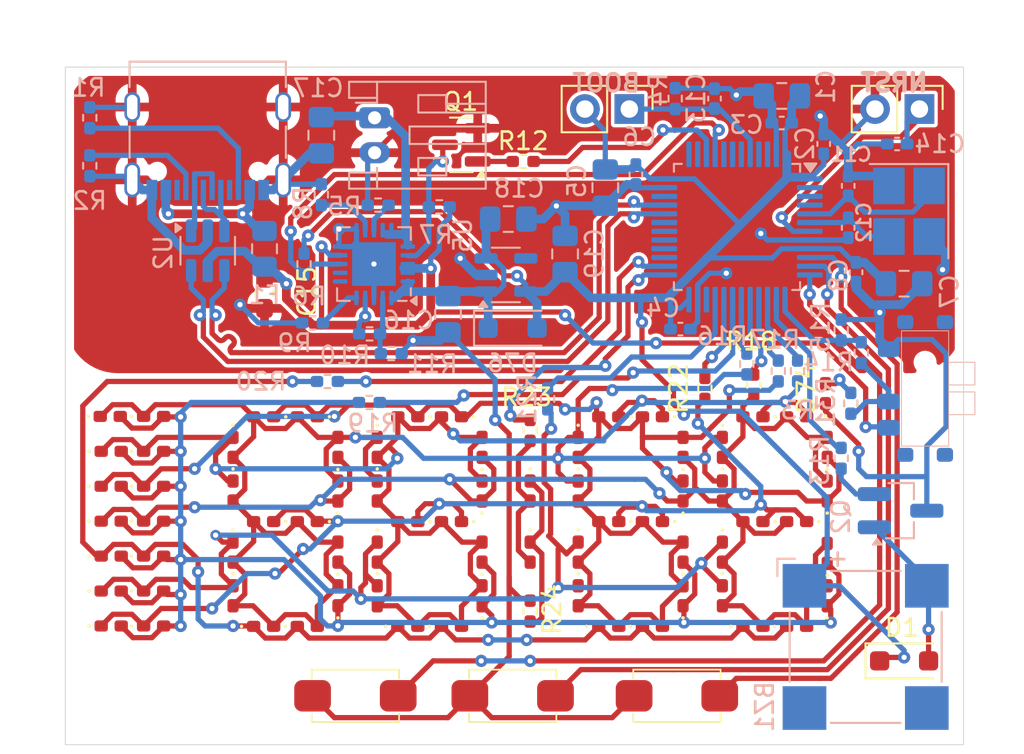
<source format=kicad_pcb>
(kicad_pcb (version 20240108) (generator "pcbnew") (generator_version "8.0")
  (layers (0 "F.Cu" signal) (31 "B.Cu" signal) (34 "B.Paste" user) (35 "F.Paste" user) (36 "B.SilkS" user "B.Silkscreen") (37 "F.SilkS" user "F.Silkscreen") (38 "B.Mask" user) (39 "F.Mask" user) (44 "Edge.Cuts" user))
  (net 0 "")
  (net 1 "+3.3V")
  (net 2 "Net-(BZ1--)")
  (net 3 "GND")
  (net 4 "BOOT")
  (net 5 "NRST")
  (net 6 "VCC")
  (net 7 "Net-(D72-K)")
  (net 8 "Net-(D74-A)")
  (net 9 "/VBUS")
  (net 10 "+5V")
  (net 11 "Net-(J1-CC1)")
  (net 12 "D_BUS+")
  (net 13 "Net-(J1-CC2)")
  (net 15 "D_BUS-")
  (net 17 "Net-(Q1-D)")
  (net 18 "Net-(Q1-G)")
  (net 19 "Net-(Q2-B)")
  (net 20 "OSC_IN")
  (net 21 "LBO")
  (net 22 "Net-(U4-VPCC)")
  (net 23 "CE")
  (net 24 "BUZZER")
  (net 25 "Net-(SW4-B)")
  (net 26 "5V_TEST")
  (net 27 "M1")
  (net 28 "M2")
  (net 29 "M3")
  (net 30 "M4")
  (net 31 "M5")
  (net 32 "M6")
  (net 33 "M7")
  (net 34 "M8")
  (net 35 "COLON")
  (net 45 "D-")
  (net 49 "OSC_OUT")
  (net 54 "D+")
  (net 55 "/BAT")
  (net 56 "Net-(U4-PROG1)")
  (net 57 "Net-(U4-THERM)")
  (net 58 "Net-(U4-PROG3)")
  (net 62 "Net-(D72-A)")
  (net 63 "SELECT")
  (net 64 "RIGHT")
  (net 65 "LEFT")
  (net 66 "/LED's/R2")
  (net 67 "/LED's/R1")
  (net 68 "/LED's/R3")
  (net 69 "/LED's/R4")
  (net 70 "/LED's/R5")
  (net 71 "/LED's/R6")
  (net 72 "/LED's/R7")
  (net 73 "/LED's/R8")
  (footprint "LED_SMD:LED_0402_1005Metric_Pad0.77x0.64mm_HandSolder" (layer "F.Cu") (at 239.95 55.8725 90)
    (property "Reference" "D40" (hide yes))
    (property "Value" "LED_Small")
  )
  (footprint "LED_SMD:LED_0402_1005Metric_Pad0.77x0.64mm_HandSolder" (layer "F.Cu") (at 207.2275 55.6)
    (property "Reference" "D63" (hide yes))
    (property "Value" "LED_Small")
  )
  (footprint "LED_SMD:LED_0402_1005Metric_Pad0.77x0.64mm_HandSolder" (layer "F.Cu") (at 209.655 57.6)
    (property "Reference" "D71" (hide yes))
    (property "Value" "LED_Small")
  )
  (footprint "LED_SMD:LED_0402_1005Metric_Pad0.77x0.64mm_HandSolder" (layer "F.Cu") (at 220.2 49.8725 90)
    (property "Reference" "D11" (hide yes))
    (property "Value" "LED_Small")
  )
  (footprint "LED_SMD:LED_0402_1005Metric_Pad0.77x0.64mm_HandSolder" (layer "F.Cu") (at 246.45 51.6225 180)
    (property "Reference" "D57" (hide yes))
    (property "Value" "LED_Small")
  )
  (footprint "LED_SMD:LED_0402_1005Metric_Pad0.77x0.64mm_HandSolder" (layer "F.Cu") (at 220.2 55.8725 90)
    (property "Reference" "D12" (hide yes))
    (property "Value" "LED_Small")
  )
  (footprint "LED_SMD:LED_0402_1005Metric_Pad0.77x0.64mm_HandSolder" (layer "F.Cu") (at 243.95 57.6225)
    (property "Reference" "D55" (hide yes))
    (property "Value" "LED_Small")
  )
  (footprint "Diode_SMD:D_SOD-123F" (layer "F.Cu") (at 252.6 59.6)
    (property "Reference" "D1")
    (property "Value" "D_Small")
  )
  (footprint "LED_SMD:LED_0402_1005Metric_Pad0.77x0.64mm_HandSolder" (layer "F.Cu") (at 246.45 57.6225)
    (property "Reference" "D48" (hide yes))
    (property "Value" "LED_Small")
  )
  (footprint "LED_SMD:LED_0402_1005Metric_Pad0.77x0.64mm_HandSolder" (layer "F.Cu") (at 220.2 47.3725 90)
    (property "Reference" "D4" (hide yes))
    (property "Value" "LED_Small")
  )
  (footprint "LED_SMD:LED_0402_1005Metric_Pad0.77x0.64mm_HandSolder" (layer "F.Cu") (at 239.95 49.8725 90)
    (property "Reference" "D39" (hide yes))
    (property "Value" "LED_Small")
  )
  (footprint "LED_SMD:LED_0402_1005Metric_Pad0.77x0.64mm_HandSolder" (layer "F.Cu") (at 248.2 55.8725 90)
    (property "Reference" "D54" (hide yes))
    (property "Value" "LED_Small")
  )
  (footprint "LED_SMD:LED_0402_1005Metric_Pad0.77x0.64mm_HandSolder" (layer "F.Cu") (at 238.2 45.6225 180)
    (property "Reference" "D38" (hide yes))
    (property "Value" "LED_Small")
  )
  (footprint "LED_SMD:LED_0402_1005Metric_Pad0.77x0.64mm_HandSolder" (layer "F.Cu") (at 228.45 53.3725 90)
    (property "Reference" "D19" (hide yes))
    (property "Value" "LED_Small")
  )
  (footprint "LED_SMD:LED_0402_1005Metric_Pad0.77x0.64mm_HandSolder" (layer "F.Cu") (at 226.7 57.6225)
    (property "Reference" "D20" (hide yes))
    (property "Value" "LED_Small")
  )
  (footprint "LED_SMD:LED_0402_1005Metric_Pad0.77x0.64mm_HandSolder" (layer "F.Cu") (at 226.7 51.6225 180)
    (property "Reference" "D29" (hide yes))
    (property "Value" "LED_Small")
  )
  (footprint "LED_SMD:LED_0402_1005Metric_Pad0.77x0.64mm_HandSolder" (layer "F.Cu") (at 231.2 49.8725 -90)
    (property "Reference" "D73" (hide yes))
    (property "Value" "LED_Small")
  )
  (footprint "LED_SMD:LED_0402_1005Metric_Pad0.77x0.64mm_HandSolder" (layer "F.Cu") (at 233.95 53.3725 -90)
    (property "Reference" "D42" (hide yes))
    (property "Value" "LED_Small")
  )
  (footprint "LED_SMD:LED_0402_1005Metric_Pad0.77x0.64mm_HandSolder" (layer "F.Cu") (at 233.95 47.3725 -90)
    (property "Reference" "D37" (hide yes))
    (property "Value" "LED_Small")
  )
  (footprint "LED_SMD:LED_0402_1005Metric_Pad0.77x0.64mm_HandSolder" (layer "F.Cu") (at 238.2 51.6225 180)
    (property "Reference" "D43" (hide yes))
    (property "Value" "LED_Small")
  )
  (footprint "LED_SMD:LED_0402_1005Metric_Pad0.77x0.64mm_HandSolder" (layer "F.Cu") (at 218.45 45.6225 180)
    (property "Reference" "D10" (hide yes))
    (property "Value" "LED_Small")
  )
  (footprint "Resistor_SMD:R_0402_1005Metric_Pad0.72x0.64mm_HandSolder" (layer "F.Cu") (at 231.2 56.75 -90)
    (property "Reference" "R24")
    (property "Value" "50R")
  )
  (footprint "LED_SMD:LED_0402_1005Metric_Pad0.77x0.64mm_HandSolder" (layer "F.Cu") (at 214.2 47.3725 -90)
    (property "Reference" "D9" (hide yes))
    (property "Value" "LED_Small")
  )
  (footprint "LED_SMD:LED_0402_1005Metric_Pad0.77x0.64mm_HandSolder" (layer "F.Cu") (at 228.45 47.3725 90)
    (property "Reference" "D18" (hide yes))
    (property "Value" "LED_Small")
  )
  (footprint "LED_SMD:LED_0402_1005Metric_Pad0.77x0.64mm_HandSolder" (layer "F.Cu") (at 248.2 49.8725 90)
    (property "Reference" "D53" (hide yes))
    (property "Value" "LED_Small")
  )
  (footprint "LED_SMD:LED_0402_1005Metric_Pad0.77x0.64mm_HandSolder" (layer "F.Cu") (at 209.655 51.6)
    (property "Reference" "D68" (hide yes))
    (property "Value" "LED_Small")
  )
  (footprint "LED_SMD:LED_0402_1005Metric_Pad0.77x0.64mm_HandSolder" (layer "F.Cu") (at 215.95 51.6225 180)
    (property "Reference" "D8" (hide yes))
    (property "Value" "LED_Small")
  )
  (footprint "LED_SMD:LED_0402_1005Metric_Pad0.77x0.64mm_HandSolder" (layer "F.Cu") (at 224.2 45.6225 180)
    (property "Reference" "D17" (hide yes))
    (property "Value" "LED_Small")
  )
  (footprint "LED_SMD:LED_0402_1005Metric_Pad0.77x0.64mm_HandSolder" (layer "F.Cu") (at 215.95 57.6225)
    (property "Reference" "D13" (hide yes))
    (property "Value" "LED_Small")
  )
  (footprint "LED_SMD:LED_0402_1005Metric_Pad0.77x0.64mm_HandSolder" (layer "F.Cu") (at 224.2 57.6225)
    (property "Reference" "D27" (hide yes))
    (property "Value" "LED_Small")
  )
  (footprint "LED_SMD:LED_0402_1005Metric_Pad0.77x0.64mm_HandSolder" (layer "F.Cu") (at 248.2 47.3725 90)
    (property "Reference" "D46" (hide yes))
    (property "Value" "LED_Small")
  )
  (footprint "LED_SMD:LED_0402_1005Metric_Pad0.77x0.64mm_HandSolder" (layer "F.Cu") (at 243.95 51.6225 180)
    (property "Reference" "D50" (hide yes))
    (property "Value" "LED_Small")
  )
  (footprint "LED_SMD:LED_0402_1005Metric_Pad0.77x0.64mm_HandSolder" (layer "F.Cu") (at 218.45 51.6225 180)
    (property "Reference" "D15" (hide yes))
    (property "Value" "LED_Small")
  )
  (footprint "LED_SMD:LED_0402_1005Metric_Pad0.77x0.64mm_HandSolder" (layer "F.Cu") (at 207.1725 45.6)
    (property "Reference" "D58" (hide yes))
    (property "Value" "LED_Small")
  )
  (footprint "LED_SMD:LED_0402_1005Metric_Pad0.77x0.64mm_HandSolder" (layer "F.Cu") (at 207.2275 53.6)
    (property "Reference" "D62" (hide yes))
    (property "Value" "LED_Small")
  )
  (footprint "LED_SMD:LED_0402_1005Metric_Pad0.77x0.64mm_HandSolder" (layer "F.Cu") (at 215.95 45.6225 180)
    (property "Reference" "D3" (hide yes))
    (property "Value" "LED_Small")
  )
  (footprint "Connector_PinHeader_2.54mm:PinHeader_1x02_P2.54mm_Vertical" (layer "F.Cu") (at 236.875 28 -90)
    (property "Reference" "J4" (hide yes))
    (property "Value" "Conn_01x02_Pin")
  )
  (footprint "LED_SMD:LED_0402_1005Metric_Pad0.77x0.64mm_HandSolder" (layer "F.Cu") (at 233.95 49.8725 -90)
    (property "Reference" "D30" (hide yes))
    (property "Value" "LED_Small")
  )
  (footprint "LED_SMD:LED_0402_1005Metric_Pad0.77x0.64mm_HandSolder" (layer "F.Cu") (at 222.45 53.3725 -90)
    (property "Reference" "D28" (hide yes))
    (property "Value" "LED_Small")
  )
  (footprint "LED_SMD:LED_0402_1005Metric_Pad0.77x0.64mm_HandSolder" (layer "F.Cu") (at 214.2 49.8725 -90)
    (property "Reference" "D2" (hide yes))
    (property "Value" "LED_Small")
  )
  (footprint "FB_clock_lib:SW_push" (layer "F.Cu") (at 239.6 61.6)
    (property "Reference" "SW2" (hide yes))
    (property "Value" "SW_SPST")
  )
  (footprint "Package_TO_SOT_SMD:SOT-23" (layer "F.Cu") (at 227.2625 30.05 180)
    (property "Reference" "Q1")
    (property "Value" "2N7002K")
  )
  (footprint "LED_SMD:LED_0402_1005Metric_Pad0.77x0.64mm_HandSolder" (layer "F.Cu") (at 209.655 47.6)
    (property "Reference" "D66" (hide yes))
    (property "Value" "LED_Small")
  )
  (footprint "LED_SMD:LED_0402_1005Metric_Pad0.77x0.64mm_HandSolder" (layer "F.Cu") (at 220.2 53.3725 90)
    (property "Reference" "D5" (hide yes))
    (property "Value" "LED_Small")
  )
  (footprint "LED_SMD:LED_0402_1005Metric_Pad0.77x0.64mm_HandSolder" (layer "F.Cu") (at 239.95 53.3725 90)
    (property "Reference" "D33" (hide yes))
    (property "Value" "LED_Small")
  )
  (footprint "LED_SMD:LED_0402_1005Metric_Pad0.77x0.64mm_HandSolder" (layer "F.Cu") (at 209.655 45.6)
    (property "Reference" "D65" (hide yes))
    (property "Value" "LED_Small")
  )
  (footprint "LED_SMD:LED_0402_1005Metric_Pad0.77x0.64mm_HandSolder" (layer "F.Cu") (at 222.45 49.8725 -90)
    (property "Reference" "D16" (hide yes))
    (property "Value" "LED_Small")
  )
  (footprint "FB_clock_lib:SW_push" (layer "F.Cu") (at 221.2 61.6)
    (property "Reference" "SW5" (hide yes))
    (property "Value" "SW_SPST")
  )
  (footprint "LED_SMD:LED_0402_1005Metric_Pad0.77x0.64mm_HandSolder" (layer "F.Cu") (at 207.2275 51.6)
    (property "Reference" "D61" (hide yes))
    (property "Value" "LED_Small")
  )
  (footprint "LED_SMD:LED_0402_1005Metric_Pad0.77x0.64mm_HandSolder" (layer "F.Cu") (at 228.45 49.8725 90)
    (property "Reference" "D25" (hide yes))
    (property "Value" "LED_Small")
  )
  (footprint "LED_SMD:LED_0402_1005Metric_Pad0.77x0.64mm_HandSolder" (layer "F.Cu") (at 222.45 47.3725 -90)
    (property "Reference" "D23" (hide yes))
    (property "Value" "LED_Small")
  )
  (footprint "LED_SMD:LED_0402_1005Metric_Pad0.77x0.64mm_HandSolder" (layer "F.Cu") (at 243.95 45.6225 180)
    (property "Reference" "D45" (hide yes))
    (property "Value" "LED_Small")
  )
  (footprint "LED_SMD:LED_0402_1005Metric_Pad0.77x0.64mm_HandSolder" (layer "F.Cu") (at 242.2 47.3725 -90)
    (property "Reference" "D51" (hide yes))
    (property "Value" "LED_Small")
  )
  (footprint "Resistor_SMD:R_0402_1005Metric_Pad0.72x0.64mm_HandSolder" (layer "F.Cu") (at 230.8 31)
    (property "Reference" "R12")
    (property "Value" "100R")
  )
  (footprint "Resistor_SMD:R_0402_1005Metric_Pad0.72x0.64mm_HandSolder" (layer "F.Cu") (at 241.2 43.9975 -90)
    (property "Reference" "R22")
    (property "Value" "50R")
  )
  (footprint "LED_SMD:LED_0402_1005Metric_Pad0.77x0.64mm_HandSolder" (layer "F.Cu") (at 209.655 53.6)
    (property "Reference" "D69" (hide yes))
    (property "Value" "LED_Small")
  )
  (footprint "Connector_PinHeader_2.54mm:PinHeader_1x02_P2.54mm_Vertical" (layer "F.Cu") (at 253.475 28 -90)
    (property "Reference" "J3" (hide yes))
    (property "Value" "Conn_01x02_Pin")
  )
  (footprint "Resistor_SMD:R_0402_1005Metric_Pad0.72x0.64mm_HandSolder" (layer "F.Cu") (at 244 43.8 -90)
    (property "Reference" "R18")
    (property "Value" "50R")
  )
  (footprint "LED_SMD:LED_0402_1005Metric_Pad0.77x0.64mm_HandSolder" (layer "F.Cu") (at 207.2275 57.6)
    (property "Reference" "D64" (hide yes))
    (property "Value" "LED_Small")
  )
  (footprint "LED_SMD:LED_0402_1005Metric_Pad0.77x0.64mm_HandSolder" (layer "F.Cu") (at 248.1 44.3 90)
    (property "Reference" "D74")
    (property "Value" "LED")
  )
  (footprint "LED_SMD:LED_0402_1005Metric_Pad0.77x0.64mm_HandSolder" (layer "F.Cu") (at 239.95 47.3725 90)
    (property "Reference" "D32" (hide yes))
    (property "Value" "LED_Small")
  )
  (footprint "LED_SMD:LED_0402_1005Metric_Pad0.77x0.64mm_HandSolder" (layer "F.Cu") (at 209.655 49.6)
    (property "Reference" "D67" (hide yes))
    (property "Value" "LED_Small")
  )
  (footprint "Capacitor_SMD:C_0603_1608Metric_Pad1.08x0.95mm_HandSolder" (layer "F.Cu") (at 216 38.55 -90)
    (property "Reference" "C15")
    (property "Value" "10uF")
  )
  (footprint "Resistor_SMD:R_0402_1005Metric_Pad0.72x0.64mm_HandSolder" (layer "F.Cu") (at 231.2 46.4 90)
    (property "Reference" "R23")
    (property "Value" "50R")
  )
  (footprint "LED_SMD:LED_0402_1005Metric_Pad0.77x0.64mm_HandSolder" (layer "F.Cu") (at 242.2 53.3725 -90)
    (property "Reference" "D56" (hide yes))
    (property "Value" "LED_Small")
  )
  (footprint "LED_SMD:LED_0402_1005Metric_Pad0.77x0.64mm_HandSolder" (layer "F.Cu") (at 231.2 53.3725 -90)
    (property "Reference" "D72" (hide yes))
    (property "Value" "LED_Small")
  )
  (footprint "LED_SMD:LED_0402_1005Metric_Pad0.77x0.64mm_HandSolder" (layer "F.Cu") (at 235.7 51.6225 180)
    (property "Reference" "D36" (hide yes))
    (property "Value" "LED_Small")
  )
  (footprint "LED_SMD:LED_0402_1005Metric_Pad0.77x0.64mm_HandSolder" (layer "F.Cu") (at 248.2 53.445 90)
    (property "Reference" "D47" (hide yes))
    (property "Value" "LED_Small")
  )
  (footprint "LED_SMD:LED_0402_1005Metric_Pad0.77x0.64mm_HandSolder" (layer "F.Cu") (at 207.2275 47.6)
    (property "Reference" "D59" (hide yes))
    (property "Value" "LED_Small")
  )
  (footprint "LED_SMD:LED_0402_1005Metric_Pad0.77x0.64mm_HandSolder" (layer "F.Cu") (at 207.2275 49.6)
    (property "Reference" "D60" (hide yes))
    (property "Value" "LED_Small")
  )
  (footprint "LED_SMD:LED_0402_1005Metric_Pad0.77x0.64mm_HandSolder" (layer "F.Cu") (at 222.45 55.8725 -90)
    (property "Reference" "D21" (hide yes))
    (property "Value" "LED_Small")
  )
  (footprint "LED_SMD:LED_0402_1005Metric_Pad0.77x0.64mm_HandSolder" (layer "F.Cu") (at 214.2 53.3725 -90)
    (property "Reference" "D14" (hide yes))
    (property "Value" "LED_Small")
  )
  (footprint "LED_SMD:LED_0402_1005Metric_Pad0.77x0.64mm_HandSolder" (layer "F.Cu") (at 235.7 45.6225 180)
    (property "Reference" "D31" (hide yes))
    (property "Value" "LED_Small")
  )
  (footprint "LED_SMD:LED_0402_1005Metric_Pad0.77x0.64mm_HandSolder" (layer "F.Cu") (at 238.2 57.6225)
    (property "Reference" "D34" (hide yes))
    (property "Value" "LED_Small")
  )
  (footprint "LED_SMD:LED_0402_1005Metric_Pad0.77x0.64mm_HandSolder" (layer "F.Cu") (at 242.2 49.8725 -90)
    (property "Reference" "D44" (hide yes))
    (property "Value" "LED_Small")
  )
  (footprint "FB_clock_lib:SW_push" (layer "F.Cu") (at 230.2 61.6)
    (property "Reference" "SW1" (hide yes))
    (property "Value" "SW_SPST")
  )
  (footprint "LED_SMD:LED_0402_1005Metric_Pad0.77x0.64mm_HandSolder" (layer "F.Cu") (at 246.45 45.6225 180)
    (property "Reference" "D52" (hide yes))
    (property "Value" "LED_Small")
  )
  (footprint "LED_SMD:LED_0402_1005Metric_Pad0.77x0.64mm_HandSolder" (layer "F.Cu") (at 233.95 55.8725 -90)
    (property "Reference" "D35" (hide yes))
    (property "Value" "LED_Small")
  )
  (footprint "LED_SMD:LED_0402_1005Metric_Pad0.77x0.64mm_HandSolder" (layer "F.Cu") (at 242.2 55.8725 -90)
    (property "Reference" "D49" (hide yes))
    (property "Value" "LED_Small")
  )
  (footprint "LED_SMD:LED_0402_1005Metric_Pad0.77x0.64mm_HandSolder" (layer "F.Cu") (at 214.2 55.8725 -90)
    (property "Reference" "D7" (hide yes))
    (property "Value" "LED_Small")
  )
  (footprint "LED_SMD:LED_0402_1005Metric_Pad0.77x0.64mm_HandSolder" (layer "F.Cu") (at 209.655 55.6)
    (property "Reference" "D70" (hide yes))
    (property "Value" "LED_Small")
  )
  (footprint "LED_SMD:LED_0402_1005Metric_Pad0.77x0.64mm_HandSolder" (layer "F.Cu") (at 224.2 51.6225 180)
    (property "Reference" "D22" (hide yes))
    (property "Value" "LED_Small")
  )
  (footprint "LED_SMD:LED_0402_1005Metric_Pad0.77x0.64mm_HandSolder" (layer "F.Cu") (at 218.45 57.6225)
    (property "Reference" "D6" (hide yes))
    (property "Value" "LED_Small")
  )
  (footprint "LED_SMD:LED_0402_1005Metric_Pad0.77x0.64mm_HandSolder" (layer "F.Cu") (at 235.7 57.6225)
    (property "Reference" "D41" (hide yes))
    (property "Value" "LED_Small")
  )
  (footprint "LED_SMD:LED_0402_1005Metric_Pad0.77x0.64mm_HandSolder" (layer "F.Cu") (at 226.7 45.6225 180)
    (property "Reference" "D24" (hide yes))
    (property "Value" "LED_Small")
  )
  (footprint "LED_SMD:LED_0402_1005Metric_Pad0.77x0.64mm_HandSolder" (layer "F.Cu") (at 228.45 55.8725 90)
    (property "Reference" "D26" (hide yes))
    (property "Value" "LED_Small")
  )
  (footprint "Capacitor_SMD:C_0402_1005Metric_Pad0.74x0.62mm_HandSolder" (layer "B.Cu") (at 248 30 90)
    (property "Reference" "C2")
    (property "Value" "100nF")
  )
  (footprint "Crystal:Crystal_SMD_3225-4Pin_3.2x2.5mm_HandSoldering" (layer "B.Cu") (at 252.88125 33.85 -90)
    (property "Reference" "Y1" (hide yes))
    (property "Value" "8MHz")
  )
  (footprint "Resistor_SMD:R_0402_1005Metric_Pad0.72x0.64mm_HandSolder" (layer "B.Cu") (at 232.2 44.5975 -90)
    (property "Reference" "R21")
    (property "Value" "50R")
  )
  (footprint "Resistor_SMD:R_0402_1005Metric_Pad0.72x0.64mm_HandSolder" (layer "B.Cu") (at 249.55 44.85 90)
    (property "Reference" "R31")
    (property "Value" "300R")
  )
  (footprint "Resistor_SMD:R_0402_1005Metric_Pad0.72x0.64mm_HandSolder" (layer "B.Cu") (at 206 28.5 -90)
    (property "Reference" "R1")
    (property "Value" "5.1k")
  )
  (footprint "Package_TO_SOT_SMD:SOT-23-5" (layer "B.Cu") (at 229.8125 37.5)
    (property "Reference" "U5")
    (property "Value" "AP2112K-3.3")
  )
  (footprint "Resistor_SMD:R_0402_1005Metric_Pad0.72x0.64mm_HandSolder" (layer "B.Cu") (at 250.15 41.95 90)
    (property "Reference" "R14")
    (property "Value" "1kR")
  )
  (footprint "Resistor_SMD:R_0402_1005Metric_Pad0.72x0.64mm_HandSolder" (layer "B.Cu") (at 219.6 43.6 180)
    (property "Reference" "R20")
    (property "Value" "50R")
  )
  (footprint "Connector_JST:JST_PH_S2B-PH-K_1x02_P2.00mm_Horizontal" (layer "B.Cu") (at 222.3 28.5 -90)
    (property "Reference" "J5" (hide yes))
    (property "Value" "Battery")
  )
  (footprint "Capacitor_SMD:C_0402_1005Metric_Pad0.74x0.62mm_HandSolder" (layer "B.Cu") (at 241.75 27.4 90)
    (property "Reference" "C13")
    (property "Value" "100nF")
  )
  (footprint "Capacitor_SMD:C_0402_1005Metric_Pad0.74x0.62mm_HandSolder" (layer "B.Cu") (at 249.4 32.4 90)
    (property "Reference" "C11")
    (property "Value" "10pF")
  )
  (footprint "Capacitor_SMD:C_0805_2012Metric_Pad1.18x1.45mm_HandSolder" (layer "B.Cu") (at 245.6 27.25 180)
    (property "Reference" "C1")
    (property "Value" "4.7uF")
  )
  (footprint "Resistor_SMD:R_0402_1005Metric_Pad0.72x0.64mm_HandSolder" (layer "B.Cu") (at 218.2625 36.875 90)
    (property "Reference" "R6")
    (property "Value" "10kR")
  )
  (footprint "Buzzer_Beeper:MagneticBuzzer_CUI_CMT-8504-100-SMT" (layer "B.Cu") (at 250.4 58.8 -90)
    (property "Reference" "BZ1")
    (property "Value" "Buzzer")
  )
  (footprint "Capacitor_SMD:C_0402_1005Metric_Pad0.74x0.62mm_HandSolder" (layer "B.Cu") (at 245.6 28.8 180)
    (property "Reference" "C3")
    (property "Value" "100nF")
  )
  (footprint "FB_clock_lib:SW_slide" (layer "B.Cu") (at 253.8 44 90)
    (property "Reference" "SW4" (hide yes))
    (property "Value" "SW_SPDT")
  )
  (footprint "Capacitor_SMD:C_0805_2012Metric_Pad1.18x1.45mm_HandSolder" (layer "B.Cu") (at 229.95 34.3)
    (property "Reference" "C18")
    (property "Value" "1uF")
  )
  (footprint "Diode_SMD:D_SOD-123F" (layer "B.Cu") (at 230.2 40.55)
    (property "Reference" "D76")
    (property "Value" "D_Schottky")
  )
  (footprint "Resistor_SMD:R_0402_1005Metric_Pad0.72x0.64mm_HandSolder" (layer "B.Cu") (at 249 40.65 -90)
    (property "Reference" "R15")
    (property "Value" "2kR")
  )
  (footprint "Capacitor_SMD:C_0805_2012Metric_Pad1.18x1.45mm_HandSolder" (layer "B.Cu") (at 252.6 38)
    (property "Reference" "C7")
    (property "Value" "1uF")
  )
  (footprint "Resistor_SMD:R_0402_1005Metric_Pad0.72x0.64mm_HandSolder" (layer "B.Cu") (at 219.25 32.9025 -90)
    (property "Reference" "R8")
    (property "Value" "100k")
  )
  (footprint "Resistor_SMD:R_0402_1005Metric_Pad0.72x0.64mm_HandSolder" (layer "B.Cu") (at 222.0125 40.875)
    (property "Reference" "R10")
    (property "Value" "330k")
  )
  (footprint "Capacitor_SMD:C_0805_2012Metric_Pad1.18x1.45mm_HandSolder" (layer "B.Cu") (at 235.5 32.5 -90)
    (property "Reference" "C5")
    (property "Value" "4.7uF")
  )
  (footprint "Resistor_SMD:R_0402_1005Metric_Pad0.72x0.64mm_HandSolder" (layer "B.Cu") (at 223.25 42 180)
    (property "Reference" "R11")
    (property "Value" "110k")
  )
  (footprint "Fuse:Fuse_0805_2012Metric_Pad1.15x1.40mm_HandSolder" (layer "B.Cu") (at 216 36 -90)
    (property "Reference" "F1")
    (property "Value" "Polyfuse")
  )
  (footprint "Capacitor_SMD:C_0805_2012Metric_Pad1.18x1.45mm_HandSolder" (layer "B.Cu") (at 233.2 36.3 90)
    (property "Reference" "C19")
    (property "Value" "1uF")
  )
  (footprint "Capacitor_SMD:C_0402_1005Metric_Pad0.74x0.62mm_HandSolder" (layer "B.Cu") (at 252.2 30 180)
    (property "Reference" "C14")
    (property "Value" "100nF")
  )
  (footprint "Capacitor_SMD:C_0402_1005Metric_Pad0.74x0.62mm_HandSolder" (layer "B.Cu") (at 249.85 37.35 -90)
    (property "Reference" "C8")
    (property "Value" "10nF")
  )
  (footprint "Capacitor_SMD:C_0402_1005Metric_Pad0.74x0.62mm_HandSolder" (layer "B.Cu") (at 239.8 40.6)
    (property "Reference" "C4")
    (property "Value" "100nF")
  )
  (footprint "Package_DFN_QFN:QFN-20-1EP_4x4mm_P0.5mm_EP2.5x2.5mm" (layer "B.Cu") (at 222.2625 36.875 90)
    (property "Reference" "U4" (hide yes))
    (property "Value" "MCP73871-2CC")
  )
  (footprint "Resistor_SMD:R_0402_1005Metric_Pad0.72x0.64mm_HandSolder" (layer "B.Cu") (at 218.75 40.25)
    (property "Reference" "R9")
    (property "Value" "10k")
  )
  (footprint "Capacitor_SMD:C_0805_2012Metric_Pad1.18x1.45mm_HandSolder" (layer "B.Cu") (at 226.5 39.75 90)
    (property "Reference" "C16")
    (property "Value" "4.7uF")
  )
  (footprint "Resistor_SMD:R_0402_1005Metric_Pad0.72x0.64mm_HandSolder" (layer "B.Cu") (at 206 31.25 90)
    (property "Reference" "R2")
    (property "Value" "5.1k")
  )
  (footprint "Resistor_SMD:R_0402_1005Metric_Pad0.72x0.64mm_HandSolder" (layer "B.Cu") (at 222.5 33.5)
    (property "Reference" "R5")
    (property "Value" "2k")
  )
  (footprint "Package_TO_SOT_SMD:SOT-23_Handsoldering" (layer "B.Cu") (at 252.4 51)
    (property "Reference" "Q2")
    (property "Value" "NPN")
  )
  (footprint "Resistor_SMD:R_0402_1005Metric_Pad0.72x0.64mm_HandSolder" (layer "B.Cu") (at 246.5 43 -90)
    (property "Reference" "R3")
    (property "Value" "50R")
  )
  (footprint "Resistor_SMD:R_0402_1005Metric_Pad0.72x0.64mm_HandSolder" (layer "B.Cu") (at 222 44.8 180)
    (property "Reference" "R19")
    (property "Value" "50R")
  )
  (footprint "Resistor_SMD:R_0402_1005Metric_Pad0.72x0.64mm_HandSolder" (layer "B.Cu") (at 239.5 27.4 90)
    (property "Reference" "R4")
    (property "Value" "10k")
  )
  (footprint "Package_QFP:LQFP-48_7x7mm_P0.5mm" (layer "B.Cu") (at 243.0375 34.75 180)
    (property "Reference" "U1" (hide yes))
    (property "Value" "STM32F072CBT6")
  )
  (footprint "Capacitor_SMD:C_0402_1005Metric_Pad0.74x0.62mm_HandSolder" (layer "B.Cu") (at 249.4 34.8 -90)
    (property "Reference" "C12")
    (property "Value" "10pF")
  )
  (footprint "Capacitor_SMD:C_0402_1005Metric_Pad0.74x0.62mm_HandSolder" (layer "B.Cu") (at 237.25 31.75 -90)
    (property "Reference" "C6")
    (property "Value" "100nF")
  )
  (footprint "Connector_USB:USB_C_Receptacle_Palconn_UTC16-G" (layer "B.Cu") (at 212.75 30.125)
    (property "Reference" "J1" (hide yes))
    (property "Value" "USB_C_Receptacle_USB2.0_16P")
  )
  (footprint "Resistor_SMD:R_0402_1005Metric_Pad0.72x0.64mm_HandSolder" (layer "B.Cu") (at 226 33.6 180)
    (property "Reference" "R7")
    (property "Value" "10kR")
  )
  (footprint "Resistor_SMD:R_0402_1005Metric_Pad0.72x0.64mm_HandSolder" (layer "B.Cu") (at 245.4 43 -90)
    (property "Reference" "R17")
    (property "Value" "50R")
  )
  (footprint "Resistor_SMD:R_0402_1005Metric_Pad0.72x0.64mm_HandSolder" (layer "B.Cu") (at 243.6 42.6 -90)
    (property "Reference" "R16")
    (property "Value" "50R")
  )
  (footprint "Package_TO_SOT_SMD:SOT-23-6" (layer "B.Cu") (at 212.75 36.1125 -90)
    (property "Reference" "U2")
    (property "Value" "USBLC6-2SC6")
  )
  (footprint "Capacitor_SMD:C_0805_2012Metric_Pad1.18x1.45mm_HandSolder" (layer "B.Cu") (at 219.25 29.5 -90)
    (property "Reference" "C17")
    (property "Value" "4.7uF")
  )
  (footprint "Resistor_SMD:R_0402_1005Metric_Pad0.72x0.64mm_HandSolder" (layer "B.Cu") (at 249 48 -90)
    (property "Reference" "R13")
    (property "Value" "470R")
  )
  (gr_rect (start 204.6 25.6) (end 256 64.4) (stroke (width 0.05)) (fill none) (layer "Edge.Cuts"))
  (gr_text "BOOT" (at 235.55 27.1 0) (layer "B.SilkS") (effects (font (size 1 1) (thickness 0.1875)) (justify bottom mirror)))
  (gr_text "NRST" (at 254.075 27.075 0) (layer "B.SilkS") (effects (font (size 1 1) (thickness 0.25) (bold yes)) (justify left bottom mirror)))
  (segment (start 240 45.505) (end 239.4 44.905) (width 0.3) (layer "F.Cu") (net 1))
  (segment (start 251.4 59.4) (end 251.2 59.6) (width 0.3) (layer "F.Cu") (net 1))
  (segment (start 230.45 37.55) (end 229.75 37.55) (width 0.3) (layer "F.Cu") (net 1))
  (segment (start 239.4 44.905) (end 239.4 44.15) (width 0.3) (layer "F.Cu") (net 1))
  (segment (start 239.4 44.15) (end 237.6 42.35) (width 0.3) (layer "F.Cu") (net 1))
  (segment (start 237.6 42.35) (end 237.6 40.2) (width 0.3) (layer "F.Cu") (net 1))
  (segment (start 218.5 35.25) (end 219.875 33.875) (width 0.3) (layer "F.Cu") (net 1))
  (segment (start 229.75 37.55) (end 226.075 33.875) (width 0.3) (layer "F.Cu") (net 1))
  (segment (start 252.6 59.4) (end 251.4 59.4) (width 0.3) (layer "F.Cu") (net 1))
  (segment (start 219.875 33.875) (end 226.075 33.875) (width 0.3) (layer "F.Cu") (net 1))
  (via (at 252.6 59.4) (size 0.7) (drill 0.3) (layers "F.Cu" "B.Cu") (net 1))
  (via (at 230.45 37.55) (size 0.7) (drill 0.3) (layers "F.Cu" "B.Cu") (net 1))
  (via (at 240 45.505) (size 0.7) (drill 0.3) (layers "F.Cu" "B.Cu") (net 1))
  (via (at 237.6 40.2) (size 0.7) (drill 0.3) (layers "F.Cu" "B.Cu") (net 1))
  (via (at 218.5 35.25) (size 0.7) (drill 0.3) (layers "F.Cu" "B.Cu") (net 1))
  (segment (start 218.2625 35.4875) (end 218.5 35.25) (width 0.3) (layer "B.Cu") (net 1))
  (segment (start 246.1675 27.72) (end 246.6375 27.25) (width 0.5) (layer "B.Cu") (net 1))
  (segment (start 245.7875 29.18) (end 246.1675 28.8) (width 0.3) (layer "B.Cu") (net 1))
  (segment (start 231.6 39.1) (end 230.95 38.45) (width 0.5) (layer "B.Cu") (net 1))
  (segment (start 245.428521 32.428521) (end 245.957042 31.9) (width 0.5) (layer "B.Cu") (net 1))
  (segment (start 240 45.505) (end 240.2 45.305) (width 0.3) (layer "B.Cu") (net 1))
  (segment (start 236.97 31.4625) (end 237.25 31.1825) (width 0.5) (layer "B.Cu") (net 1))
  (segment (start 238.875 32) (end 238.0675 32) (width 0.3) (layer "B.Cu") (net 1))
  (segment (start 243.23 45.305) (end 248.2 50.275) (width 0.3) (layer "B.Cu") (net 1))
  (segment (start 243.2 34.6) (end 240.6 32) (width 0.3) (layer "B.Cu") (net 1))
  (segment (start 230.95 38.05) (end 230.45 37.55) (width 0.3) (layer "B.Cu") (net 1))
  (segment (start 238.75 38.8125) (end 239.044542 38.8125) (width 0.5) (layer "B.Cu") (net 1))
  (segment (start 240.6 32) (end 238.875 32) (width 0.3) (layer "B.Cu") (net 1))
  (segment (start 240.2 45.305) (end 243.23 45.305) (width 0.3) (layer "B.Cu") (net 1))
  (segment (start 238.75 38.8125) (end 237.525 38.8125) (width 0.5) (layer "B.Cu") (net 1))
  (segment (start 248.2 54) (end 246.9 55.3) (width 0.3) (layer "B.Cu") (net 1))
  (segment (start 245.061429 36.528521) (end 245.58995 36) (width 0.3) (layer "B.Cu") (net 1))
  (segment (start 250.345 36.7825) (end 251.5625 38) (width 0.5) (layer "B.Cu") (net 1))
  (segment (start 245.7875 30.5875) (end 245.7875 29.18) (width 0.3) (layer "B.Cu") (net 1))
  (segment (start 237.525 38.8125) (end 234.675 38.8125) (width 0.5) (layer "B.Cu") (net 1))
  (segment (start 235.5 31.4625) (end 236.97 31.4625) (width 0.5) (layer "B.Cu") (net 1))
  (segment (start 230.95 38.45) (end 232.0875 38.45) (width 0.5) (layer "B.Cu") (net 1))
  (segment (start 249.85 36.7825) (end 250.345 36.7825) (width 0.5) (layer "B.Cu") (net 1))
  (segment (start 248 31.2) (end 248 30.5675) (width 0.3) (layer "B.Cu") (net 1))
  (segment (start 245.8875 31.969542) (end 245.8875 30.5875) (width 0.5) (layer "B.Cu") (net 1))
  (segment (start 235.5 31.4625) (end 235.5 29.265) (width 0.3) (layer "B.Cu") (net 1))
  (segment (start 241.328521 36.528521) (end 245.061429 36.528521) (width 0.3) (layer "B.Cu") (net 1))
  (segment (start 232.0875 38.45) (end 233.2 37.3375) (width 0.5) (layer "B.Cu") (net 1))
  (segment (start 238 38.8125) (end 238.75 38.8125) (width 0.5) (layer "B.Cu") (net 1))
  (segment (start 243.2 34.6) (end 240.2875 37.5125) (width 0.3) (layer "B.Cu") (net 1))
  (segment (start 239.2325 39.000458) (end 239.044542 38.8125) (width 0.3) (layer "B.Cu") (net 1))
  (segment (start 246.9 55.3) (end 248.9 55.3) (width 0.3) (layer "B.Cu") (net 1))
  (segment (start 245.58995 36) (end 247.2 36) (width 0.3) (layer "B.Cu") (net 1))
  (segment (start 239.8 39.4) (end 240.2875 38.9125) (width 0.3) (layer "B.Cu") (net 1))
  (segment (start 245.428521 32.428521) (end 245.8875 31.969542) (width 0.5) (layer "B.Cu") (net 1))
  (segment (start 239.2325 39.4) (end 239.8 39.4) (width 0.3) (layer "B.Cu") (net 1))
  (segment (start 249.729026 36.7825) (end 249.85 36.7825) (width 0.3) (layer "B.Cu") (net 1))
  (segment (start 239.044542 38.8125) (end 241.328521 36.528521) (width 0.5) (layer "B.Cu") (net 1))
  (segment (start 247.2 36) (end 248.946526 36) (width 0.3) (layer "B.Cu") (net 1))
  (segment (start 248.9 55.3) (end 252.6 59) (width 0.3) (layer "B.Cu") (net 1))
  (segment (start 238.0675 32) (end 237.25 31.1825) (width 0.3) (layer "B.Cu") (net 1))
  (segment (start 235.5 29.265) (end 234.235 28) (width 0.3) (layer "B.Cu") (net 1))
  (segment (start 234.675 38.8125) (end 233.2 37.3375) (width 0.5) (layer "B.Cu") (net 1))
  (segment (start 248.2 50.275) (end 248.2 54) (width 0.3) (layer "B.Cu") (net 1))
  (segment (start 231.6 40.55) (end 231.6 39.1) (width 0.5) (layer "B.Cu") (net 1))
  (segment (start 245.957042 31.9) (end 247.2 31.9) (width 0.5) (layer "B.Cu") (net 1))
  (segment (start 218.2625 36.2775) (end 218.2625 35.4875) (width 0.3) (layer "B.Cu") (net 1))
  (segment (start 241.328521 36.528521) (end 245.428521 32.428521) (width 0.5) (layer "B.Cu") (net 1))
  (segment (start 237.525 40.125) (end 237.6 40.2) (width 0.3) (layer "B.Cu") (net 1))
  (segment (start 237.525 38.8125) (end 237.525 40.125) (width 0.3) (layer "B.Cu") (net 1))
  (segment (start 230.95 38.45) (end 230.95 38.05) (width 0.3) (layer "B.Cu") (net 1))
  (segment (start 248.946526 36) (end 249.729026 36.7825) (width 0.3) (layer "B.Cu") (net 1))
  (segment (start 252.6 59) (end 252.6 59.4) (width 0.3) (layer "B.Cu") (net 1))
  (segment (start 247.2 32) (end 248 31.2) (width 0.3) (layer "B.Cu") (net 1))
  (segment (start 239.2325 39.4) (end 239.2325 39.000458) (width 0.3) (layer "B.Cu") (net 1))
  (segment (start 239.2325 40.6) (end 239.2325 39.4) (width 0.3) (layer "B.Cu") (net 1))
  (segment (start 246.1675 28.8) (end 246.1675 27.72) (width 0.5) (layer "B.Cu") (net 1))
  (segment (start 254 59.6) (end 254 57.8) (width 0.3) (layer "F.Cu") (net 2))
  (via (at 254 57.8) (size 0.7) (drill 0.3) (layers "F.Cu" "B.Cu") (net 2))
  (segment (start 254 55.4) (end 253.9 55.3) (width 0.3) (layer "B.Cu") (net 2))
  (segment (start 250.9 51.95) (end 253.9 54.95) (width 0.3) (layer "B.Cu") (net 2))
  (segment (start 253.9 54.95) (end 253.9 55.3) (width 0.3) (layer "B.Cu") (net 2))
  (segment (start 254 57.8) (end 254 55.4) (width 0.3) (layer "B.Cu") (net 2))
  (segment (start 250 47.2) (end 250 47.6) (width 0.3) (layer "F.Cu") (net 3))
  (segment (start 226.5 62.85) (end 227.75 61.6) (width 0.3) (layer "F.Cu") (net 3))
  (segment (start 230 59.35) (end 227.75 61.6) (width 0.3) (layer "F.Cu") (net 3))
  (segment (start 230.625 56.025) (end 230 55.4) (width 0.3) (layer "F.Cu") (net 3))
  (segment (start 230 54.8) (end 230 59.35) (width 0.3) (layer "F.Cu") (net 3))
  (segment (start 214.8125 39.4125) (end 214.6 39.2) (width 0.5) (layer "F.Cu") (net 3))
  (segment (start 230 46.6) (end 229.2 45.8) (width 0.3) (layer "F.Cu") (net 3))
  (segment (start 248.1 44.8725) (end 248.1 45.3) (width 0.3) (layer "F.Cu") (net 3))
  (segment (start 235.9 62.85) (end 237.15 61.6) (width 0.3) (layer "F.Cu") (net 3))
  (segment (start 230 55.4) (end 230 54.8) (width 0.3) (layer "F.Cu") (net 3))
  (segment (start 227.75 61.6) (end 229 62.85) (width 0.3) (layer "F.Cu") (net 3))
  (segment (start 229 62.85) (end 235.9 62.85) (width 0.3) (layer "F.Cu") (net 3))
  (segment (start 223.7 29.1) (end 228.2 29.1) (width 0.3) (layer "F.Cu") (net 3))
  (segment (start 230 46.6) (end 230 54.8) (width 0.3) (layer "F.Cu") (net 3))
  (segment (start 231.2 56.025) (end 230.625 56.025) (width 0.3) (layer "F.Cu") (net 3))
  (segment (start 216 39.4125) (end 214.8125 39.4125) (width 0.5) (layer "F.Cu") (net 3))
  (segment (start 248.1 45.3) (end 250 47.2) (width 0.3) (layer "F.Cu") (net 3))
  (segment (start 222.3 30.5) (end 223.7 29.1) (width 0.3) (layer "F.Cu") (net 3))
  (segment (start 218.75 61.6) (end 220 62.85) (width 0.3) (layer "F.Cu") (net 3))
  (segment (start 220 62.85) (end 226.5 62.85) (width 0.3) (layer "F.Cu") (net 3))
  (via (at 229.2 45.8) (size 0.7) (drill 0.3) (layers "F.Cu" "B.Cu") (net 3))
  (via (at 222.2625 36.875) (size 0.7) (drill 0.3) (layers "F.Cu" "B.Cu") (net 3))
  (via (at 243 27.2) (size 0.7) (drill 0.3) (layers "F.Cu" "B.Cu") (net 3))
  (via (at 224.5 41.25) (size 0.7) (drill 0.3) (layers "F.Cu" "B.Cu") (net 3))
  (via (at 227.2 36.55) (size 0.7) (drill 0.3) (layers "F.Cu" "B.Cu") (net 3))
  (via (at 250 47.6) (size 0.7) (drill 0.3) (layers "F.Cu" "B.Cu") (net 3))
  (via (at 232.7 33.55) (size 0.7) (drill 0.3) (layers "F.Cu" "B.Cu") (net 3))
  (via (at 244.4 35.125) (size 0.7) (drill 0.3) (layers "F.Cu" "B.Cu") (net 3))
  (via (at 220.2625 34.875) (size 0.7) (drill 0.3) (layers "F.Cu" "B.Cu") (net 3))
  (via (at 214.6 39.2) (size 0.7) (drill 0.3) (layers "F.Cu" "B.Cu") (net 3))
  (via (at 242.425 37.4) (size 0.7) (drill 0.3) (layers "F.Cu" "B.Cu") (net 3))
  (via (at 251.205929 39.651774) (size 0.7) (drill 0.3) (layers "F.Cu" "B.Cu") (net 3))
  (via (at 254.8 37.2) (size 0.7) (drill 0.3) (layers "F.Cu" "B.Cu") (net 3))
  (via (at 247.8 28.4) (size 0.7) (drill 0.3) (layers "F.Cu" "B.Cu") (net 3))
  (segment (start 255 42) (end 254.2 41.2) (width 0.3) (layer "B.Cu") (net 3))
  (segment (start 220.2625 34.875) (end 221.2 34.875) (width 0.3) (layer "B.Cu") (net 3))
  (segment (start 251.16375 31.8325) (end 251.73125 32.4) (width 0.5) (layer "B.Cu") (net 3))
  (segment (start 248 29.4325) (end 248 28.6) (width 0.5) (layer "B.Cu") (net 3))
  (segment (start 232.7125 33.5375) (end 232.7 33.55) (width 0.5) (layer "B.Cu") (net 3))
  (segment (start 251.2 39.2) (end 252.4375 39.2) (width 0.5) (layer "B.Cu") (net 3))
  (segment (start 221.9025 33.5) (end 221.9025 30.8975) (width 0.3) (layer "B.Cu") (net 3))
  (segment (start 220.2625 34.875) (end 220.2625 35.8125) (width 0.3) (layer "B.Cu") (net 3))
  (segment (start 241.75 26.8325) (end 242.6325 26.8325) (width 0.3) (layer "B.Cu") (net 3))
  (segment (start 211.397316 36.0875) (end 212.299999 36.0875) (width 0.5) (layer "B.Cu") (net 3))
  (segment (start 228.109816 37.5) (end 227.2 36.590184) (width 0.5) (layer "B.Cu") (net 3))
  (segment (start 208.2225 31.8475) (end 208.43 32.055) (width 0.3) (layer "B.Cu") (net 3))
  (segment (start 253.9 49.05) (end 250.45 49.05) (width 0.3) (layer "B.Cu") (net 3))
  (segment (start 253.9 47.3) (end 255 46.2) (width 0.3) (layer "B.Cu") (net 3))
  (segment (start 248 28.6) (end 247.8 28.4) (width 0.5) (layer "B.Cu") (net 3))
  (segment (start 208.4125 27.9025) (end 208.43 27.885) (width 0.3) (layer "B.Cu") (net 3))
  (segment (start 248.81375 29.93625) (end 249.4 30.5225) (width 0.5) (layer "B.Cu") (net 3))
  (segment (start 215.95 32.635) (end 216.49 32.635) (width 0.5) (layer "B.Cu") (net 3))
  (segment (start 241.45938 37.4) (end 242.425 37.4) (width 0.3) (layer "B.Cu") (net 3))
  (segment (start 238.875 32.5) (end 237.4325 32.5) (width 0.3) (layer "B.Cu") (net 3))
  (segment (start 250.45 49.05) (end 250.3 48.9) (width 0.3) (layer "B.Cu") (net 3))
  (segment (start 240.7875 38.07188) (end 241.45938 37.4) (width 0.3) (layer "B.Cu") (net 3))
  (segment (start 206 27.9025) (end 208.4125 27.9025) (width 0.3) (layer "B.Cu") (net 3))
  (segment (start 230.9875 34.3) (end 231.95 34.3) (width 0.5) (layer "B.Cu") (net 3))
  (segment (start 209.55 32.635) (end 209.01 32.635) (width 0.5) (layer "B.Cu") (net 3))
  (segment (start 248 29.4325) (end 248.31 29.4325) (width 0.5) (layer "B.Cu") (net 3))
  (segment (start 221.2625 34.9375) (end 221.2625 35.875) (width 0.3) (layer "B.Cu") (net 3))
  (segment (start 249.85 37.9175) (end 249.85 38.285) (width 0.5) (layer "B.Cu") (net 3))
  (segment (start 239.5 26.8025) (end 241.72 26.8025) (width 0.3) (layer "B.Cu") (net 3))
  (segment (start 229.2 45.8) (end 229.2 43.4875) (width 0.3) (layer "B.Cu") (net 3))
  (segment (start 228.675 37.5) (end 228.109816 37.5) (width 0.5) (layer "B.Cu") (net 3))
  (segment (start 251.2 39.8) (end 251.2 41.225) (width 0.5) (layer "B.Cu") (net 3))
  (segment (start 235.5 33.5375) (end 236.72 32.3175) (width 0.5) (layer "B.Cu") (net 3))
  (segment (start 220.4025 34.735) (end 220.2625 34.875) (width 0.3) (layer "B.Cu") (net 3))
  (segment (start 252.4375 39.2) (end 253.6375 38) (width 0.5) (layer "B.Cu") (net 3))
  (segment (start 251.2 41.225) (end 251.725 41.75) (width 0.5) (layer "B.Cu") (net 3))
  (segment (start 254.95 37.2) (end 254.8 37.2) (width 0.3) (layer "B.Cu") (net 3))
  (segment (start 247.2 35.5) (end 249.2675 35.5) (width 0.3) (layer "B.Cu") (net 3))
  (segment (start 250.765 39.2) (end 251.2 39.2) (width 0.5) (layer "B.Cu") (net 3))
  (segment (start 254.03125 35.3) (end 254.95 36.21875) (width 0.5) (layer "B.Cu") (net 3))
  (segment (start 248.81375 29.93625) (end 249.04875 29.93625) (width 0.3) (layer "B.Cu") (net 3))
  (segment (start 220.325 35.875) (end 221.2625 35.875) (width 0.3) (layer "B.Cu") (net 3))
  (segment (start 240.7875 38.9125) (end 240.7875 38.07188) (width 0.3) (layer "B.Cu") (net 3))
  (segment (start 212.299999 36.0875) (end 212.75 35.637499) (width 0.5) (layer "B.Cu") (net 3))
  (segment (start 237.4325 32.5) (end 237.25 32.3175) (width 0.3) (layer "B.Cu") (net 3))
  (segment (start 221.2625 35.875) (end 222.2625 36.875) (width 0.3) (layer "B.Cu") (net 3))
  (segment (start 255 46.2) (end 255 42) (width 0.3) (layer "B.Cu") (net 3))
  (segment (start 243.2 27) (end 243 27.2) (width 0.5) (layer "B.Cu") (net 3))
  (segment (start 250 48.6) (end 250.3 48.9) (width 0.3) (layer "B.Cu") (net 3))
  (segment (start 219.25 32.305) (end 217.32 32.305) (width 0.3) (layer "B.Cu") (net 3))
  (segment (start 214.6 39.2) (end 215.65 40.25) (width 0.3) (layer "B.Cu") (net 3))
  (segment (start 217.07 32.055) (end 218.5875 30.5375) (width 0.5) (layer "B.Cu") (net 3))
  (segment (start 223.8475 42) (end 223.8475 41.9025) (width 0.3) (layer "B.Cu") (net 3))
  (segment (start 209.01 32.635) (end 208.43 32.055) (width 0.5) (layer "B.Cu") (net 3))
  (segment (start 251.6325 30) (end 249.9225 30) (width 0.3) (layer "B.Cu") (net 3))
  (segment (start 249.04875 29.93625) (end 250.985 28) (width 0.3) (layer "B.Cu") (net 3))
  (segment (start 249.9225 30) (end 249.4 30.5225) (width 0.3) (layer "B.Cu") (net 3))
  (segment (start 247.2 35.5) (end 244.775 35.5) (width 0.3) (layer "B.Cu") (net 3))
  (segment (start 240.7875 40.18) (end 240.7875 38.9125) (width 0.3) (layer "B.Cu") (net 3))
  (segment (start 240.3675 40.6) (end 240.7875 40.18) (width 0.3) (layer "B.Cu") (net 3))
  (segment (start 249.4 30.5225) (end 249.4 31.8325) (width 0.5) (layer "B.Cu") (net 3))
  (segment (start 224.5 41.25) (end 226.0375 41.25) (width 0.5) (layer "B.Cu") (net 3))
  (segment (start 254.95 36.21875) (end 254.95 37.2) (width 0.5) (layer "B.Cu") (net 3))
  (segment (start 231.95 34.3) (end 232.7 33.55) (width 0.5) (layer "B.Cu") (net 3))
  (segment (start 209.55 34.240184) (end 211.397316 36.0875) (width 0.5) (layer "B.Cu") (net 3))
  (segment (start 228.45625 42.74375) (end 226.5 40.7875) (width 0.3) (layer "B.Cu") (net 3))
  (segment (start 249.85 38.285) (end 250.765 39.2) (width 0.5) (layer "B.Cu") (net 3))
  (segment (start 244.5625 27) (end 243.2 27) (width 0.5) (layer "B.Cu") (net 3))
  (segment (start 250 47.6) (end 250 48.6) (width 0.3) (layer "B.Cu") (net 3))
  (segment (start 216.49 32.635) (end 217.07 32.055) (width 0.5) (layer "B.Cu") (net 3))
  (segment (start 215.65 40.25) (end 218.1525 40.25) (width 0.3) (layer "B.Cu") (net 3))
  (segment (start 242.6325 26.8325) (end 243 27.2) (width 0.3) (layer "B.Cu") (net 3))
  (segment (start 220.2625 35.8125) (end 220.325 35.875) (width 0.3) (layer "B.Cu") (net 3))
  (segment (start 217.07 27.945) (end 217.07 27.885) (width 0.5) (layer "B.Cu") (net 3))
  (segment (start 254.2 41.2) (end 252.275 41.2) (width 0.3) (layer "B.Cu") (net 3))
  (segment (start 249 40.0525) (end 250.9475 40.0525) (width 0.3) (layer "B.Cu") (net 3))
  (segment (start 229.2 43.4875) (end 228.45625 42.74375) (width 0.3) (layer "B.Cu") (net 3))
  (segment (start 244.775 35.5) (end 244.4 35.125) (width 0.3) (layer "B.Cu") (net 3))
  (segment (start 212.75 35.637499) (end 212.75 34.975) (width 0.5) (layer "B.Cu") (net 3))
  (segment (start 249.2675 35.5) (end 249.4 35.3675) (width 0.3) (layer "B.Cu") (net 3))
  (segment (start 249.4 31.8325) (end 251.16375 31.8325) (width 0.5) (layer "B.Cu") (net 3))
  (segment (start 226.0375 41.25) (end 226.5 40.7875) (width 0.5) (layer "B.Cu") (net 3))
  (segment (start 245.0325 28.8) (end 245.0325 27.72) (width 0.5) (layer "B.Cu") (net 3))
  (segment (start 233.2 35.2625) (end 233.2 34.05) (width 0.5) (layer "B.Cu") (net 3))
  (segment (start 245.2875 30.5875) (end 245.2875 29.055) (width 0.3) (layer "B.Cu") (net 3))
  (segment (start 209.55 32.635) (end 209.55 34.240184) (width 0.5) (layer "B.Cu") (net 3))
  (segment (start 217.32 32.305) (end 217.07 32.055) (width 0.3) (layer "B.Cu") (net 3))
  (segment (start 218.5875 30.5375) (end 219.25 30.5375) (width 0.5) (layer "B.Cu") (net 3))
  (segment (start 253.9 49.05) (end 253.9 47.3) (width 0.3) (layer "B.Cu") (net 3))
  (segment (start 236.72 32.3175) (end 237.25 32.3175) (width 0.5) (layer "B.Cu") (net 3))
  (segment (start 251.2 39.8) (end 251.2 39.2) (width 0.5) (layer "B.Cu") (net 3))
  (segment (start 206 31.8475) (end 208.2225 31.8475) (width 0.3) (layer "B.Cu") (net 3))
  (segment (start 253.9 51) (end 253.9 49.05) (width 0.3) (layer "B.Cu") (net 3))
  (segment (start 233.2 34.05) (end 232.7 33.55) (width 0.5) (layer "B.Cu") (net 3))
  (segment (start 245.2875 29.055) (end 245.0325 28.8) (width 0.3) (layer "B.Cu") (net 3))
  (segment (start 221.2 34.875) (end 221.2625 34.9375) (width 0.3) (layer "B.Cu") (net 3))
  (segment (start 250.9475 40.0525) (end 251.2 39.8) (width 0.3) (layer "B.Cu") (net 3))
  (segment (start 252.275 41.2) (end 251.725 41.75) (width 0.3) (layer "B.Cu") (net 3))
  (segment (start 223.8475 41.9025) (end 224.5 41.25) (width 0.3) (layer "B.Cu") (net 3))
  (segment (start 221.9025 30.8975) (end 222.3 30.5) (width 0.3) (layer "B.Cu") (net 3))
  (segment (start 235.5 33.5375) (end 232.7125 33.5375) (width 0.5) (layer "B.Cu") (net 3))
  (segment (start 245.0325 27.72) (end 244.5625 27.25) (width 0.5) (layer "B.Cu") (net 3))
  (segment (start 222.2625 38.8125) (end 222.2625 36.875) (width 0.3) (layer "B.Cu") (net 3))
  (segment (start 241.72 26.8025) (end 241.75 26.8325) (width 0.3) (layer "B.Cu") (net 3))
  (segment (start 248.31 29.4325) (end 248.81375 29.93625) (width 0.5) (layer "B.Cu") (net 3))
  (segment (start 242.04062 28) (end 243.7875 29.74688) (width 0.3) (layer "B.Cu") (net 4))
  (segment (start 243.7875 29.74688) (end 243.7875 30.5875) (width 0.3) (layer "B.Cu") (net 4))
  (segment (start 236.775 28) (end 242.04062 28) (width 0.3) (layer "B.Cu") (net 4))
  (segment (start 250.2 29.6) (end 252.4 29.6) (width 0.3) (layer "F.Cu") (net 5))
  (segment (start 253.525 28.475) (end 253.525 28) (width 0.3) (layer "F.Cu") (net 5))
  (segment (start 252.4 29.6) (end 253.525 28.475) (width 0.3) (layer "F.Cu") (net 5))
  (segment (start 245.6 34.2) (end 250.2 29.6) (width 0.3) (layer "F.Cu") (net 5))
  (via (at 245.6 34.2) (size 0.7) (drill 0.3) (layers "F.Cu" "B.Cu") (net 5))
  (segment (start 252.7675 28.7075) (end 253.475 28) (width 0.3) (layer "B.Cu") (net 5))
  (segment (start 246.25 35) (end 245.6 34.35) (width 0.3) (layer "B.Cu") (net 5))
  (segment (start 252.7675 30) (end 252.7675 28.7075) (width 0.3) (layer "B.Cu") (net 5))
  (segment (start 247.2 35) (end 246.25 35) (width 0.3) (layer "B.Cu") (net 5))
  (segment (start 245.6 34.35) (end 245.6 34.2) (width 0.3) (layer "B.Cu") (net 5))
  (segment (start 228.8 40.55) (end 228.8 38.575) (width 0.5) (layer "B.Cu") (net 6))
  (segment (start 228.8 38.575) (end 228.675 38.45) (width 0.5) (layer "B.Cu") (net 6))
  (segment (start 223.85 38.45) (end 228.675 38.45) (width 0.5) (layer "B.Cu") (net 6))
  (segment (start 228.675 36.55) (end 228.675 34.5375) (width 0.5) (layer "B.Cu") (net 6))
  (segment (start 228.675 34.5375) (end 228.9125 34.3) (width 0.5) (layer "B.Cu") (net 6))
  (segment (start 229.337499 38.45) (end 229.6875 38.099999) (width 0.3) (layer "B.Cu") (net 6))
  (segment (start 223.4875 38.8125) (end 223.3625 38.8125) (width 0.5) (layer "B.Cu") (net 6))
  (segment (start 224.275 38.025) (end 223.85 38.45) (width 0.5) (layer "B.Cu") (net 6))
  (segment (start 228.675 38.45) (end 229.337499 38.45) (width 0.3) (layer "B.Cu") (net 6))
  (segment (start 229.6875 38.099999) (end 229.6875 37.138738) (width 0.3) (layer "B.Cu") (net 6))
  (segment (start 224.275 38.025) (end 224.2 37.95) (width 0.5) (layer "B.Cu") (net 6))
  (segment (start 229.098762 36.55) (end 228.675 36.55) (width 0.3) (layer "B.Cu") (net 6))
  (segment (start 229.6875 37.138738) (end 229.098762 36.55) (width 0.3) (layer "B.Cu") (net 6))
  (segment (start 223.85 38.45) (end 223.4875 38.8125) (width 0.5) (layer "B.Cu") (net 6))
  (segment (start 231.2 52.8) (end 231.87 52.13) (width 0.3) (layer "F.Cu") (net 7))
  (segment (start 231.6525 57.3475) (end 231.87 57.13) (width 0.3) (layer "F.Cu") (net 7))
  (segment (start 231.2 57.3475) (end 231.6525 57.3475) (width 0.3) (layer "F.Cu") (net 7))
  (segment (start 231.87 57.13) (end 231.87 53.47) (width 0.3) (layer "F.Cu") (net 7))
  (segment (start 231.87 53.47) (end 231.2 52.8) (width 0.3) (layer "F.Cu") (net 7))
  (segment (start 231.87 52.13) (end 231.87 49.97) (width 0.3) (layer "F.Cu") (net 7))
  (segment (start 231.87 49.97) (end 231.2 49.3) (width 0.3) (layer "F.Cu") (net 7))
  (segment (start 248.1 43.7275) (end 248.6725 43.7275) (width 0.3) (layer "F.Cu") (net 8))
  (segment (start 248.2275 43.6) (end 248.1 43.7275) (width 0.3) (layer "F.Cu") (net 8))
  (segment (start 248.6725 43.7275) (end 248.905025 43.494975) (width 0.3) (layer "F.Cu") (net 8))
  (via (at 248.905025 43.494975) (size 0.7) (drill 0.3) (layers "F.Cu" "B.Cu") (net 8))
  (segment (start 249.55 44.2525) (end 249.55 44.15) (width 0.3) (layer "B.Cu") (net 8))
  (segment (start 248.905025 43.607525) (end 249.55 44.2525) (width 0.3) (layer "B.Cu") (net 8))
  (segment (start 248.905025 43.494975) (end 248.905025 43.607525) (width 0.3) (layer "B.Cu") (net 8))
  (segment (start 210.5 34) (end 214.75 34) (width 0.5) (layer "F.Cu") (net 9))
  (via (at 210.5 34) (size 0.7) (drill 0.3) (layers "F.Cu" "B.Cu") (net 9))
  (via (at 214.75 34) (size 0.7) (drill 0.3) (layers "F.Cu" "B.Cu") (net 9))
  (segment (start 216 35.225) (end 215.975 35.225) (width 0.5) (layer "B.Cu") (net 9))
  (segment (start 215.15 33.6) (end 215.15 32.635) (width 0.5) (layer "B.Cu") (net 9))
  (segment (start 210.35 32.635) (end 210.35 33.85) (width 0.5) (layer "B.Cu") (net 9))
  (segment (start 215.975 35.225) (end 214.75 34) (width 0.5) (layer "B.Cu") (net 9))
  (segment (start 214.75 34) (end 215.15 33.6) (width 0.5) (layer "B.Cu") (net 9))
  (segment (start 210.35 33.85) (end 210.5 34) (width 0.5) (layer "B.Cu") (net 9))
  (segment (start 250.4 44) (end 250.4 46.2) (width 0.3) (layer "F.Cu") (net 10))
  (segment (start 225.5125 39.625) (end 233.025 39.625) (width 0.3) (layer "F.Cu") (net 10))
  (segment (start 219.2625 40.375) (end 221.7625 40.375) (width 0.5) (layer "F.Cu") (net 10))
  (segment (start 233.025 39.625) (end 233.2 39.8) (width 0.3) (layer "F.Cu") (net 10))
  (segment (start 216.9375 37.6875) (end 217.25 38) (width 0.5) (layer "F.Cu") (net 10))
  (segment (start 224.7625 40.375) (end 225.5125 39.625) (width 0.5) (layer "F.Cu") (net 10))
  (segment (start 217.25 38.8625) (end 218.7625 40.375) (width 0.5) (layer "F.Cu") (net 10))
  (segment (start 221.7625 40.375) (end 221.7625 39.875) (width 0.3) (layer "F.Cu") (net 10))
  (segment (start 216 37.6875) (end 216.9375 37.6875) (width 0.5) (layer "F.Cu") (net 10))
  (segment (start 247.8 41.4) (end 250.4 44) (width 0.3) (layer "F.Cu") (net 10))
  (segment (start 225.5125 39.625) (end 225.5125 37.125) (width 0.5) (layer "F.Cu") (net 10))
  (segment (start 217.25 38) (end 217.25 38.8625) (width 0.5) (layer "F.Cu") (net 10))
  (segment (start 238.4 41.4) (end 247.8 41.4) (width 0.3) (layer "F.Cu") (net 10))
  (segment (start 218.7625 40.375) (end 219.2625 40.375) (width 0.5) (layer "F.Cu") (net 10))
  (segment (start 221.7625 40.375) (end 224.7625 40.375) (width 0.5) (layer "F.Cu") (net 10))
  (segment (start 219.2625 40.375) (end 219.2625 35.875) (width 0.3) (layer "F.Cu") (net 10))
  (via (at 219.2625 35.875) (size 0.7) (drill 0.3) (layers "F.Cu" "B.Cu") (net 10))
  (via (at 217.25 38) (size 0.7) (drill 0.3) (layers "F.Cu" "B.Cu") (net 10))
  (via (at 250.4 46.2) (size 0.7) (drill 0.3) (layers "F.Cu" "B.Cu") (net 10))
  (via (at 225.5125 37.125) (size 0.7) (drill 0.3) (layers "F.Cu" "B.Cu") (net 10))
  (via (at 221.7625 39.875) (size 0.7) (drill 0.3) (layers "F.Cu" "B.Cu") (net 10))
  (via (at 238.4 41.4) (size 0.7) (drill 0.3) (layers "F.Cu" "B.Cu") (net 10))
  (via (at 233.2 39.8) (size 0.7) (drill 0.3) (layers "F.Cu" "B.Cu") (net 10))
  (segment (start 221.7625 39.875) (end 221.7625 38.8125) (width 0.3) (layer "B.Cu") (net 10))
  (segment (start 219.2625 35.875) (end 219.7625 36.375) (width 0.3) (layer "B.Cu") (net 10))
  (segment (start 234.8 41.4) (end 233.2 39.8) (width 0.3) (layer "B.Cu") (net 10))
  (segment (start 214.8625 36.1375) (end 216 37.275) (width 0.5) (layer "B.Cu") (net 10))
  (segment (start 226.5975 33.6) (end 226.5975 34.2025) (width 0.3) (layer "B.Cu") (net 10))
  (segment (start 219.7625 36.375) (end 220.325 36.375) (width 0.3) (layer "B.Cu") (net 10))
  (segment (start 226 34.8) (end 226 36.06005) (width 0.3) (layer "B.Cu") (net 10))
  (segment (start 251.675 46.2) (end 251.725 46.25) (width 0.3) (layer "B.Cu") (net 10))
  (segment (start 225.5125 37.125) (end 223.9625 37.125) (width 0.5) (layer "B.Cu") (net 10))
  (segment (start 212.75 36.684816) (end 213.297316 36.1375) (width 0.5) (layer "B.Cu") (net 10))
  (segment (start 213.297316 36.1375) (end 214.8625 36.1375) (width 0.5) (layer "B.Cu") (net 10))
  (segment (start 212.75 37.25) (end 212.75 36.684816) (width 0.5) (layer "B.Cu") (net 10))
  (segment (start 234.8 41.4) (end 238.4 41.4) (width 0.3) (layer "B.Cu") (net 10))
  (segment (start 225.5125 36.54755) (end 225.5125 37.125) (width 0.3) (layer "B.Cu") (net 10))
  (segment (start 221.415 40.2225) (end 221.7625 39.875) (width 0.3) (layer "B.Cu") (net 10))
  (segment (start 250.4 46.2) (end 251.675 46.2) (width 0.3) (layer "B.Cu") (net 10))
  (segment (start 216.525 37.275) (end 217.25 38) (width 0.5) (layer "B.Cu") (net 10))
  (segment (start 216 37.275) (end 216.525 37.275) (width 0.5) (layer "B.Cu") (net 10))
  (segment (start 226 36.06005) (end 225.5125 36.54755) (width 0.3) (layer "B.Cu") (net 10))
  (segment (start 226.5975 34.2025) (end 226 34.8) (width 0.3) (layer "B.Cu") (net 10))
  (segment (start 251.65 46.325) (end 251.725 46.25) (width 0.3) (layer "B.Cu") (net 10))
  (segment (start 221.415 40.875) (end 221.415 40.2225) (width 0.3) (layer "B.Cu") (net 10))
  (segment (start 210.4475 30.6525) (end 211.5 31.705) (width 0.3) (layer "B.Cu") (net 11))
  (segment (start 206 30.6525) (end 210.4475 30.6525) (width 0.3) (layer "B.Cu") (net 11))
  (segment (start 211.5 31.705) (end 211.5 32.635) (width 0.3) (layer "B.Cu") (net 11))
  (segment (start 212.5 33.565) (end 212.685 33.75) (width 0.3) (layer "B.Cu") (net 12))
  (segment (start 213.7 34.312501) (end 213.7 34.975) (width 0.3) (layer "B.Cu") (net 12))
  (segment (start 212.685 33.75) (end 213.137499 33.75) (width 0.3) (layer "B.Cu") (net 12))
  (segment (start 212.5 32.635) (end 212.5 33.565) (width 0.3) (layer "B.Cu") (net 12))
  (segment (start 213.5 32.635) (end 213.5 34.112501) (width 0.3) (layer "B.Cu") (net 12))
  (segment (start 213.5 34.112501) (end 213.7 34.312501) (width 0.3) (layer "B.Cu") (net 12))
  (segment (start 213.137499 33.75) (end 213.7 34.312501) (width 0.3) (layer "B.Cu") (net 12))
  (segment (start 214.5 30.25) (end 214.5 32.635) (width 0.3) (layer "B.Cu") (net 13))
  (segment (start 206 29.0975) (end 213.3475 29.0975) (width 0.3) (layer "B.Cu") (net 13))
  (segment (start 213.3475 29.0975) (end 214.5 30.25) (width 0.3) (layer "B.Cu") (net 13))
  (segment (start 213 31.705) (end 213 32.635) (width 0.3) (layer "B.Cu") (net 15))
  (segment (start 212 32.635) (end 212 31.705) (width 0.3) (layer "B.Cu") (net 15))
  (segment (start 212 32.635) (end 212 34.775) (width 0.3) (layer "B.Cu") (net 15))
  (segment (start 212 31.705) (end 213 31.705) (width 0.3) (layer "B.Cu") (net 15))
  (segment (start 212 34.775) (end 211.8 34.975) (width 0.3) (layer "B.Cu") (net 15))
  (segment (start 226.2 30.175) (end 226.325 30.05) (width 0.3) (layer "F.Cu") (net 17))
  (segment (start 226.2 31) (end 226.2 30.175) (width 0.3) (layer "F.Cu") (net 17))
  (via (at 226.2 31) (size 0.7) (drill 0.3) (layers "F.Cu" "B.Cu") (net 17))
  (segment (start 225.4025 33.6) (end 225.4025 31.3975) (width 0.3) (layer "B.Cu") (net 17))
  (segment (start 225.8 31) (end 226.2 31) (width 0.3) (layer "B.Cu") (net 17))
  (segment (start 225.4025 33.6) (end 225.4025 35.670096) (width 0.3) (layer "B.Cu") (net 17))
  (segment (start 224.672596 36.4) (end 224.2 36.4) (width 0.3) (layer "B.Cu") (net 17))
  (segment (start 225.4025 31.3975) (end 225.8 31) (width 0.3) (layer "B.Cu") (net 17))
  (segment (start 225.4025 35.670096) (end 224.672596 36.4) (width 0.3) (layer "B.Cu") (net 17))
  (segment (start 228.2 31) (end 230.2025 31) (width 0.3) (layer "F.Cu") (net 18))
  (segment (start 249.85 50.05) (end 250.9 50.05) (width 0.3) (layer "B.Cu") (net 19))
  (segment (start 249 48.5975) (end 249 49.2) (width 0.3) (layer "B.Cu") (net 19))
  (segment (start 249 49.2) (end 249.85 50.05) (width 0.3) (layer "B.Cu") (net 19))
  (segment (start 248.3675 34) (end 249.4 32.9675) (width 0.3) (layer "B.Cu") (net 20))
  (segment (start 253.1 33.9) (end 254.03125 32.96875) (width 0.3) (layer "B.Cu") (net 20))
  (segment (start 249.4 32.9675) (end 250.3325 33.9) (width 0.3) (layer "B.Cu") (net 20))
  (segment (start 254.03125 32.96875) (end 254.03125 32.4) (width 0.3) (layer "B.Cu") (net 20))
  (segment (start 250.3325 33.9) (end 253.1 33.9) (width 0.3) (layer "B.Cu") (net 20))
  (segment (start 247.2 34) (end 248.3675 34) (width 0.3) (layer "B.Cu") (net 20))
  (segment (start 237.65 31.75) (end 240.6 28.8) (width 0.3) (layer "F.Cu") (net 21))
  (segment (start 217.5 34.25) (end 220 31.75) (width 0.3) (layer "F.Cu") (net 21))
  (segment (start 220 31.75) (end 237.65 31.75) (width 0.3) (layer "F.Cu") (net 21))
  (segment (start 217.5 35) (end 217.5 34.25) (width 0.3) (layer "F.Cu") (net 21))
  (segment (start 240.6 28.8) (end 241.6 28.8) (width 0.3) (layer "F.Cu") (net 21))
  (segment (start 241.6 28.8) (end 242 29.2) (width 0.3) (layer "F.Cu") (net 21))
  (via (at 217.5 35) (size 0.7) (drill 0.3) (layers "F.Cu" "B.Cu") (net 21))
  (via (at 242 29.2) (size 0.7) (drill 0.3) (layers "F.Cu" "B.Cu") (net 21))
  (segment (start 218.2625 37.4725) (end 217.5 36.71) (width 0.3) (layer "B.Cu") (net 21))
  (segment (start 218.2625 37.4725) (end 218.86 36.875) (width 0.3) (layer "B.Cu") (net 21))
  (segment (start 218.86 36.875) (end 220.325 36.875) (width 0.3) (layer "B.Cu") (net 21))
  (segment (start 241.7875 29.4125) (end 241.7875 30.5875) (width 0.3) (layer "B.Cu") (net 21))
  (segment (start 242 29.2) (end 241.7875 29.4125) (width 0.3) (layer "B.Cu") (net 21))
  (segment (start 217.5 36.71) (end 217.5 35) (width 0.3) (layer "B.Cu") (net 21))
  (segment (start 222.61 40.875) (end 222.7625 40.7225) (width 0.3) (layer "B.Cu") (net 22))
  (segment (start 222.61 41.9575) (end 222.6525 42) (width 0.3) (layer "B.Cu") (net 22))
  (segment (start 222.7625 40.7225) (end 222.7625 38.8125) (width 0.3) (layer "B.Cu") (net 22))
  (segment (start 222.61 40.875) (end 222.61 41.9575) (width 0.3) (layer "B.Cu") (net 22))
  (segment (start 238.8 29.4) (end 238.8 29.2) (width 0.3) (layer "F.Cu") (net 23))
  (segment (start 234.2 30.2) (end 238 30.2) (width 0.3) (layer "F.Cu") (net 23))
  (segment (start 238 30.2) (end 238.8 29.4) (width 0.3) (layer "F.Cu") (net 23))
  (segment (start 233.4 31) (end 234.2 30.2) (width 0.3) (layer "F.Cu") (net 23))
  (segment (start 231.3975 31) (end 233.4 31) (width 0.3) (layer "F.Cu") (net 23))
  (via (at 238.8 29.2) (size 0.7) (drill 0.3) (layers "F.Cu" "B.Cu") (net 23))
  (segment (start 238.8 29.2) (end 240.74062 29.2) (width 0.3) (layer "B.Cu") (net 23))
  (segment (start 240.74062 29.2) (end 241.2875 29.74688) (width 0.3) (layer "B.Cu") (net 23))
  (segment (start 241.2875 29.74688) (end 241.2875 30.5875) (width 0.3) (layer "B.Cu") (net 23))
  (segment (start 245.2875 38.9125) (end 245.2875 40.0875) (width 0.3) (layer "B.Cu") (net 24))
  (segment (start 247.2 42) (end 247.2 45.8) (width 0.3) (layer "B.Cu") (net 24))
  (segment (start 247.2 45.8) (end 248.8025 47.4025) (width 0.3) (layer "B.Cu") (net 24))
  (segment (start 245.2875 40.0875) (end 247.2 42) (width 0.3) (layer "B.Cu") (net 24))
  (segment (start 249.55 45.4475) (end 249.7525 45.4475) (width 0.3) (layer "B.Cu") (net 25))
  (segment (start 249.7525 45.4475) (end 250.45 44.75) (width 0.3) (layer "B.Cu") (net 25))
  (segment (start 250.15 42.5475) (end 251.725 44.1225) (width 0.3) (layer "B.Cu") (net 25))
  (segment (start 251.725 44.1225) (end 251.725 44.75) (width 0.3) (layer "B.Cu") (net 25))
  (segment (start 250.45 44.75) (end 251.725 44.75) (width 0.3) (layer "B.Cu") (net 25))
  (segment (start 249 41.2475) (end 247.4475 41.2475) (width 0.3) (layer "B.Cu") (net 26))
  (segment (start 245.7875 39.5875) (end 245.7875 38.9125) (width 0.3) (layer "B.Cu") (net 26))
  (segment (start 249 41.2475) (end 250.045 41.2475) (width 0.3) (layer "B.Cu") (net 26))
  (segment (start 250.045 41.2475) (end 250.15 41.3525) (width 0.3) (layer "B.Cu") (net 26))
  (segment (start 247.4475 41.2475) (end 245.7875 39.5875) (width 0.3) (layer "B.Cu") (net 26))
  (segment (start 243.6 42.0025) (end 243.2875 41.69) (width 0.3) (layer "B.Cu") (net 27))
  (segment (start 243.2875 41.69) (end 243.2875 38.9125) (width 0.3) (layer "B.Cu") (net 27))
  (segment (start 244.7875 40.480394) (end 244.7875 38.9125) (width 0.3) (layer "B.Cu") (net 28))
  (segment (start 246.5 42.4025) (end 246.5 42.192894) (width 0.3) (layer "B.Cu") (net 28))
  (segment (start 246.5 42.192894) (end 244.7875 40.480394) (width 0.3) (layer "B.Cu") (net 28))
  (segment (start 244.9 41.9025) (end 244.9 41.3) (width 0.3) (layer "B.Cu") (net 29))
  (segment (start 244.9 41.3) (end 244.2875 40.6875) (width 0.3) (layer "B.Cu") (net 29))
  (segment (start 244.2875 40.6875) (end 244.2875 38.9125) (width 0.3) (layer "B.Cu") (net 29))
  (segment (start 245.4 42.4025) (end 244.9 41.9025) (width 0.3) (layer "B.Cu") (net 29))
  (segment (start 244 43.2025) (end 244 42.863022) (width 0.3) (layer "F.Cu") (net 30))
  (segment (start 244 42.863022) (end 244.435286 42.427736) (width 0.3) (layer "F.Cu") (net 30))
  (via (at 244.435286 42.427736) (size 0.7) (drill 0.3) (layers "F.Cu" "B.Cu") (net 30))
  (segment (start 244.4 42.39245) (end 244.4 41.6) (width 0.3) (layer "B.Cu") (net 30))
  (segment (start 243.7875 40.9875) (end 244.4 41.6) (width 0.3) (layer "B.Cu") (net 30))
  (segment (start 244.435286 42.427736) (end 244.4 42.39245) (width 0.3) (layer "B.Cu") (net 30))
  (segment (start 243.7875 38.9125) (end 243.7875 40.9875) (width 0.3) (layer "B.Cu") (net 30))
  (segment (start 233.05 44.35) (end 234 43.4) (width 0.3) (layer "F.Cu") (net 31))
  (segment (start 227.4 44.4) (end 227.45 44.35) (width 0.3) (layer "F.Cu") (net 31))
  (segment (start 234 43.4) (end 236.78995 43.4) (width 0.3) (layer "F.Cu") (net 31))
  (segment (start 236.78995 43.4) (end 237.094975 43.094975) (width 0.3) (layer "F.Cu") (net 31))
  (segment (start 227.45 44.35) (end 233.05 44.35) (width 0.3) (layer "F.Cu") (net 31))
  (via (at 227.4 44.4) (size 0.7) (drill 0.3) (layers "F.Cu" "B.Cu") (net 31))
  (via (at 237.094975 43.094975) (size 0.7) (drill 0.3) (layers "F.Cu" "B.Cu") (net 31))
  (segment (start 241.78995 43) (end 242.7875 42.00245) (width 0.3) (layer "B.Cu") (net 31))
  (segment (start 222.5975 44.8) (end 225.435763 44.8) (width 0.3) (layer "B.Cu") (net 31))
  (segment (start 237.18995 43) (end 241.78995 43) (width 0.3) (layer "B.Cu") (net 31))
  (segment (start 227 44.8) (end 227.4 44.4) (width 0.3) (layer "B.Cu") (net 31))
  (segment (start 237.094975 43.094975) (end 237.18995 43) (width 0.3) (layer "B.Cu") (net 31))
  (segment (start 225.435763 44.8) (end 227 44.8) (width 0.3) (layer "B.Cu") (net 31))
  (segment (start 242.7875 42.00245) (end 242.7875 38.9125) (width 0.3) (layer "B.Cu") (net 31))
  (segment (start 233 43.6) (end 233.4 43.2) (width 0.3) (layer "F.Cu") (net 32))
  (segment (start 236.3 40.7) (end 236.3 37.7) (width 0.3) (layer "F.Cu") (net 32))
  (segment (start 236.3 37.7) (end 237.250003 36.749997) (width 0.3) (layer "F.Cu") (net 32))
  (segment (start 237.250003 36.749997) (end 237.4 36.749997) (width 0.3) (layer "F.Cu") (net 32))
  (segment (start 234.2 42.8) (end 236.3 40.7) (width 0.3) (layer "F.Cu") (net 32))
  (segment (start 233.8 42.8) (end 234.2 42.8) (width 0.3) (layer "F.Cu") (net 32))
  (segment (start 233.4 43.2) (end 233.8 42.8) (width 0.3) (layer "F.Cu") (net 32))
  (segment (start 221.8 43.6) (end 233 43.6) (width 0.3) (layer "F.Cu") (net 32))
  (via (at 221.8 43.6) (size 0.7) (drill 0.3) (layers "F.Cu" "B.Cu") (net 32))
  (via (at 237.4 36.749997) (size 0.7) (drill 0.3) (layers "F.Cu" "B.Cu") (net 32))
  (segment (start 220.1975 43.6) (end 221.8 43.6) (width 0.3) (layer "B.Cu") (net 32))
  (segment (start 237.650003 37) (end 238.875 37) (width 0.3) (layer "B.Cu") (net 32))
  (segment (start 237.4 36.749997) (end 237.650003 37) (width 0.3) (layer "B.Cu") (net 32))
  (segment (start 232.8 43.4) (end 235.8 43.4) (width 0.3) (layer "B.Cu") (net 33))
  (segment (start 241.7875 40.8125) (end 241.7875 38.9125) (width 0.3) (layer "B.Cu") (net 33))
  (segment (start 237 42.2) (end 240.4 42.2) (width 0.3) (layer "B.Cu") (net 33))
  (segment (start 235.8 43.4) (end 237 42.2) (width 0.3) (layer "B.Cu") (net 33))
  (segment (start 232.2 44) (end 232.8 43.4) (width 0.3) (layer "B.Cu") (net 33))
  (segment (start 240.4 42.2) (end 241.7875 40.8125) (width 0.3) (layer "B.Cu") (net 33))
  (segment (start 241.2 43.4) (end 241.2 42.6) (width 0.3) (layer "F.Cu") (net 34))
  (segment (start 241.2 42.6) (end 241.6 42.2) (width 0.3) (layer "F.Cu") (net 34))
  (via (at 241.6 42.2) (size 0.7) (drill 0.3) (layers "F.Cu" "B.Cu") (net 34))
  (segment (start 241.6 42.2) (end 242.2875 41.5125) (width 0.3) (layer "B.Cu") (net 34))
  (segment (start 242.2875 41.5125) (end 242.2875 38.9125) (width 0.3) (layer "B.Cu") (net 34))
  (segment (start 235.5 42.7) (end 235.5 42.3) (width 0.3) (layer "F.Cu") (net 35))
  (segment (start 235.5 42.3) (end 236.8 41) (width 0.3) (layer "F.Cu") (net 35))
  (segment (start 237.2 37.8) (end 237.4 37.8) (width 0.3) (layer "F.Cu") (net 35))
  (segment (start 230.317081 45.8025) (end 230.064581 45.55) (width 0.3) (layer "F.Cu") (net 35))
  (segment (start 236.8 41) (end 236.8 38.2) (width 0.3) (layer "F.Cu") (net 35))
  (segment (start 230.5025 45.8025) (end 230.317081 45.8025) (width 0.3) (layer "F.Cu") (net 35))
  (segment (start 231.2 45.8025) (end 230.5025 45.8025) (width 0.3) (layer "F.Cu") (net 35))
  (segment (start 236.8 38.2) (end 237.2 37.8) (width 0.3) (layer "F.Cu") (net 35))
  (via (at 230.064581 45.55) (size 0.7) (drill 0.3) (layers "F.Cu" "B.Cu") (net 35))
  (via (at 235.5 42.7) (size 0.7) (drill 0.3) (layers "F.Cu" "B.Cu") (net 35))
  (via (at 237.4 37.8) (size 0.7) (drill 0.3) (layers "F.Cu" "B.Cu") (net 35))
  (segment (start 230.064581 44.735419) (end 230.064581 45.55) (width 0.3) (layer "B.Cu") (net 35))
  (segment (start 235.5 42.7) (end 235.4 42.8) (width 0.3) (layer "B.Cu") (net 35))
  (segment (start 235.4 42.8) (end 232 42.8) (width 0.3) (layer "B.Cu") (net 35))
  (segment (start 237.7 37.5) (end 238.875 37.5) (width 0.3) (layer "B.Cu") (net 35))
  (segment (start 232 42.8) (end 230.064581 44.735419) (width 0.3) (layer "B.Cu") (net 35))
  (segment (start 237.4 37.8) (end 237.7 37.5) (width 0.3) (layer "B.Cu") (net 35))
  (segment (start 212.3 39.8) (end 212.5 40) (width 0.3) (layer "F.Cu") (net 45))
  (segment (start 236.9375 34) (end 237.1375 34.2) (width 0.3) (layer "F.Cu") (net 45))
  (segment (start 235.65 40.15) (end 235.65 34.703554) (width 0.3) (layer "F.Cu") (net 45))
  (segment (start 235.65 34.703554) (end 236.353554 34) (width 0.3) (layer "F.Cu") (net 45))
  (segment (start 213.896446 42.45) (end 233.35 42.45) (width 0.3) (layer "F.Cu") (net 45))
  (segment (start 212.5 40) (end 212.5 41.053554) (width 0.3) (layer "F.Cu") (net 45))
  (segment (start 236.353554 34) (end 236.9375 34) (width 0.3) (layer "F.Cu") (net 45))
  (segment (start 233.35 42.45) (end 235.65 40.15) (width 0.3) (layer "F.Cu") (net 45))
  (segment (start 212.5 41.053554) (end 213.896446 42.45) (width 0.3) (layer "F.Cu") (net 45))
  (via (at 212.3 39.8) (size 0.7) (drill 0.3) (layers "F.Cu" "B.Cu") (net 45))
  (via (at 237.1375 34.2) (size 0.7) (drill 0.3) (layers "F.Cu" "B.Cu") (net 45))
  (segment (start 237.3375 34) (end 237.1375 34.2) (width 0.3) (layer "B.Cu") (net 45))
  (segment (start 238.875 34) (end 237.3375 34) (width 0.3) (layer "B.Cu") (net 45))
  (segment (start 211.8 38.243751) (end 212.5 38.943751) (width 0.3) (layer "B.Cu") (net 45))
  (segment (start 211.8 37.25) (end 211.8 38.243751) (width 0.3) (layer "B.Cu") (net 45))
  (segment (start 212.5 39.6) (end 212.3 39.8) (width 0.3) (layer "B.Cu") (net 45))
  (segment (start 212.5 38.943751) (end 212.5 39.6) (width 0.3) (layer "B.Cu") (net 45))
  (segment (start 251.23125 34.8) (end 251.73125 35.3) (width 0.3) (layer "B.Cu") (net 49))
  (segment (start 249.1325 34.5) (end 249.4 34.2325) (width 0.3) (layer "B.Cu") (net 49))
  (segment (start 250.4675 35.3) (end 251.73125 35.3) (width 0.3) (layer "B.Cu") (net 49))
  (segment (start 247.2 34.5) (end 249.1325 34.5) (width 0.3) (layer "B.Cu") (net 49))
  (segment (start 249.4 34.2325) (end 250.4675 35.3) (width 0.3) (layer "B.Cu") (net 49))
  (segment (start 249.4 34.2325) (end 249.4325 34.2325) (width 0.3) (layer "B.Cu") (net 49))
  (segment (start 214.103554 41.610588) (end 214.202703 41.511438) (width 0.3) (layer "F.Cu") (net 54))
  (segment (start 233.142894 41.95) (end 215.017307 41.95) (width 0.3) (layer "F.Cu") (net 54))
  (segment (start 235.15 34.496446) (end 235.15 39.942894) (width 0.3) (layer "F.Cu") (net 54))
  (segment (start 236.9375 33.5) (end 236.146446 33.5) (width 0.3) (layer "F.Cu") (net 54))
  (segment (start 213.778438 41.087173) (end 213.679288 41.186322) (width 0.3) (layer "F.Cu") (net 54))
  (segment (start 236.146446 33.5) (end 235.15 34.496446) (width 0.3) (layer "F.Cu") (net 54))
  (segment (start 215.017307 41.95) (end 214.367307 41.95) (width 0.3) (layer "F.Cu") (net 54))
  (segment (start 214.202703 41.172026) (end 214.11785 41.087173) (width 0.3) (layer "F.Cu") (net 54))
  (segment (start 235.15 39.942894) (end 233.142894 41.95) (width 0.3) (layer "F.Cu") (net 54))
  (segment (start 214.367307 41.95) (end 214.103554 41.95) (width 0.3) (layer "F.Cu") (net 54))
  (segment (start 213.339876 41.186322) (end 213.255025 41.101471) (width 0.3) (layer "F.Cu") (net 54))
  (segment (start 213 40.846446) (end 213 40) (width 0.3) (layer "F.Cu") (net 54))
  (segment (start 213.255025 41.101471) (end 213 40.846446) (width 0.3) (layer "F.Cu") (net 54))
  (segment (start 237.1375 33.3) (end 236.9375 33.5) (width 0.3) (layer "F.Cu") (net 54))
  (segment (start 213 40) (end 213.2 39.8) (width 0.3) (layer "F.Cu") (net 54))
  (via (at 237.1375 33.3) (size 0.7) (drill 0.3) (layers "F.Cu" "B.Cu") (net 54))
  (via (at 213.2 39.8) (size 0.7) (drill 0.3) (layers "F.Cu" "B.Cu") (net 54))
  (arc (start 214.202703 41.511438) (mid 214.272998 41.341732) (end 214.202703 41.172026) (width 0.3) (layer "F.Cu") (net 54))
  (arc (start 214.11785 41.087173) (mid 213.948144 41.016878) (end 213.778438 41.087173) (width 0.3) (layer "F.Cu") (net 54))
  (arc (start 214.103554 41.95) (mid 214.033259 41.780294) (end 214.103554 41.610588) (width 0.3) (layer "F.Cu") (net 54))
  (arc (start 213.679288 41.186322) (mid 213.509582 41.256617) (end 213.339876 41.186322) (width 0.3) (layer "F.Cu") (net 54))
  (segment (start 213 38.943751) (end 213 39.6) (width 0.3) (layer "B.Cu") (net 54))
  (segment (start 237.3375 33.5) (end 237.1375 33.3) (width 0.3) (layer "B.Cu") (net 54))
  (segment (start 213.7 38.243751) (end 213 38.943751) (width 0.3) (layer "B.Cu") (net 54))
  (segment (start 238.875 33.5) (end 237.3375 33.5) (width 0.3) (layer "B.Cu") (net 54))
  (segment (start 213 39.6) (end 213.2 39.8) (width 0.3) (layer "B.Cu") (net 54))
  (segment (start 213.7 37.25) (end 213.7 38.243751) (width 0.3) (layer "B.Cu") (net 54))
  (segment (start 224.075 35.2875) (end 224.2 35.4125) (width 0.5) (layer "B.Cu") (net 55))
  (segment (start 219.6 28.4) (end 222.5875 28.4) (width 0.5) (layer "B.Cu") (net 55))
  (segment (start 223.0125 35.175) (end 223.9625 35.175) (width 0.5) (layer "B.Cu") (net 55))
  (segment (start 223.9625 35.175) (end 224.2 35.4125) (width 0.5) (layer "B.Cu") (net 55))
  (segment (start 224.2 35.4125) (end 224.2 35.8) (width 0.5) (layer "B.Cu") (net 55))
  (segment (start 222.75 28.2375) (end 224.075 29.5625) (width 0.5) (layer "B.Cu") (net 55))
  (segment (start 222.5875 28.4) (end 222.75 28.2375) (width 0.5) (layer "B.Cu") (net 55))
  (segment (start 224.075 29.5625) (end 224.075 35.2875) (width 0.5) (layer "B.Cu") (net 55))
  (segment (start 222.2625 34.335) (end 222.2625 34.9375) (width 0.3) (layer "B.Cu") (net 56))
  (segment (start 223.0975 33.5) (end 222.2625 34.335) (width 0.3) (layer "B.Cu") (net 56))
  (segment (start 220.785 38.8125) (end 219.3475 40.25) (width 0.3) (layer "B.Cu") (net 57))
  (segment (start 221.2625 38.8125) (end 220.785 38.8125) (width 0.3) (layer "B.Cu") (net 57))
  (segment (start 221.7625 34.439904) (end 221.7625 34.9375) (width 0.3) (layer "B.Cu") (net 58))
  (segment (start 219.25 33.5) (end 220.822596 33.5) (width 0.3) (layer "B.Cu") (net 58))
  (segment (start 220.822596 33.5) (end 221.7625 34.439904) (width 0.3) (layer "B.Cu") (net 58))
  (segment (start 230.53 51.115) (end 230.53 53.275) (width 0.3) (layer "F.Cu") (net 62))
  (segment (start 230.53 47.89) (end 231.2 47.22) (width 0.3) (layer "F.Cu") (net 62))
  (segment (start 231.2 50.445) (end 230.53 51.115) (width 0.3) (layer "F.Cu") (net 62))
  (segment (start 231.2 50.445) (end 230.53 49.775) (width 0.3) (layer "F.Cu") (net 62))
  (segment (start 230.53 53.275) (end 231.2 53.945) (width 0.3) (layer "F.Cu") (net 62))
  (segment (start 230.53 49.775) (end 230.53 47.89) (width 0.3) (layer "F.Cu") (net 62))
  (segment (start 251.7 42.9) (end 248.2 39.4) (width 0.3) (layer "F.Cu") (net 63))
  (segment (start 251.407107 56.9) (end 251.7 56.607107) (width 0.3) (layer "F.Cu") (net 63))
  (segment (start 248.207106 60.1) (end 250.553553 57.753553) (width 0.3) (layer "F.Cu") (net 63))
  (segment (start 234.1 60.1) (end 239.4 60.1) (width 0.3) (layer "F.Cu") (net 63))
  (segment (start 250.553553 57.753553) (end 251.407107 56.9) (width 0.3) (layer "F.Cu") (net 63))
  (segment (start 251.7 56.607107) (end 251.7 42.9) (width 0.3) (layer "F.Cu") (net 63))
  (segment (start 232.65 61.6) (end 232.65 61.55) (width 0.3) (layer "F.Cu") (net 63))
  (segment (start 232.65 61.55) (end 234 60.2) (width 0.3) (layer "F.Cu") (net 63))
  (segment (start 248.2 39.4) (end 248.2 38.6) (width 0.3) (layer "F.Cu") (net 63))
  (segment (start 239.4 60.1) (end 248.207106 60.1) (width 0.3) (layer "F.Cu") (net 63))
  (segment (start 234 60.2) (end 234.1 60.1) (width 0.3) (layer "F.Cu") (net 63))
  (via (at 248.2 38.6) (size 0.7) (drill 0.3) (layers "F.Cu" "B.Cu") (net 63))
  (segment (start 248.2875 37.24688) (end 248.22031 37.17969) (width 0.3) (layer "B.Cu") (net 63))
  (segment (start 248.2875 38.5125) (end 248.2875 37.24688) (width 0.3) (layer "B.Cu") (net 63))
  (segment (start 248.2 38.6) (end 248.2875 38.5125) (width 0.3) (layer "B.Cu") (net 63))
  (segment (start 248.22031 37.17969) (end 248.04062 37) (width 0.3) (layer "B.Cu") (net 63))
  (segment (start 248.04062 37) (end 247.2 37) (width 0.3) (layer "B.Cu") (net 63))
  (segment (start 247.8 60.6) (end 248.414212 60.6) (width 0.3) (layer "F.Cu") (net 64))
  (segment (start 243 60.6) (end 247.8 60.6) (width 0.3) (layer "F.Cu") (net 64))
  (segment (start 252.2 56.814212) (end 252.2 42.6) (width 0.3) (layer "F.Cu") (net 64))
  (segment (start 242.05 61.55) (end 243 60.6) (width 0.3) (layer "F.Cu") (net 64))
  (segment (start 249 39.4) (end 249 37.602135) (width 0.3) (layer "F.Cu") (net 64))
  (segment (start 251.307106 57.707106) (end 252.2 56.814212) (width 0.3) (layer "F.Cu") (net 64))
  (segment (start 242.05 61.6) (end 242.05 61.55) (width 0.3) (layer "F.Cu") (net 64))
  (segment (start 252.2 42.6) (end 249 39.4) (width 0.3) (layer "F.Cu") (net 64))
  (segment (start 249 37.602135) (end 248.997439 37.599574) (width 0.3) (layer "F.Cu") (net 64))
  (segment (start 248.414212 60.6) (end 251.307106 57.707106) (width 0.3) (layer "F.Cu") (net 64))
  (via (at 248.997439 37.599574) (size 0.7) (drill 0.3) (layers "F.Cu" "B.Cu") (net 64))
  (segment (start 249 37.247152) (end 249 37) (width 0.3) (layer "B.Cu") (net 64))
  (segment (start 249 37) (end 248.5 36.5) (width 0.3) (layer "B.Cu") (net 64))
  (segment (start 248.5 36.5) (end 247.2 36.5) (width 0.3) (layer "B.Cu") (net 64))
  (segment (start 248.997439 37.249713) (end 249 37.247152) (width 0.3) (layer "B.Cu") (net 64))
  (segment (start 248.997439 37.599574) (end 248.997439 37.249713) (width 0.3) (layer "B.Cu") (net 64))
  (segment (start 251.2 56.4) (end 251.2 43.2) (width 0.3) (layer "F.Cu") (net 65))
  (segment (start 231.2 59.6) (end 248 59.6) (width 0.3) (layer "F.Cu") (net 65))
  (segment (start 248.2 59.4) (end 251.2 56.4) (width 0.3) (layer "F.Cu") (net 65))
  (segment (start 248 59.6) (end 248.2 59.4) (width 0.3) (layer "F.Cu") (net 65))
  (segment (start 223.65 61.6) (end 225.65 59.6) (width 0.3) (layer "F.Cu") (net 65))
  (segment (start 251.2 43.2) (end 247.2 39.2) (width 0.3) (layer "F.Cu") (net 65))
  (segment (start 247.2 39.2) (end 247.2 38.6) (width 0.3) (layer "F.Cu") (net 65))
  (segment (start 225.65 59.6) (end 228.4 59.6) (width 0.3) (layer "F.Cu") (net 65))
  (via (at 247.2 38.6) (size 0.7) (drill 0.3) (layers "F.Cu" "B.Cu") (net 65))
  (via (at 231.2 59.6) (size 0.7) (drill 0.3) (layers "F.Cu" "B.Cu") (net 65))
  (via (at 228.4 59.6) (size 0.7) (drill 0.3) (layers "F.Cu" "B.Cu") (net 65))
  (segment (start 228.4 59.6) (end 231.2 59.6) (width 0.3) (layer "B.Cu") (net 65))
  (segment (start 247.2 38.6) (end 247.2 37.5) (width 0.3) (layer "B.Cu") (net 65))
  (segment (start 223.6 47.8) (end 223.6 48) (width 0.3) (layer "F.Cu") (net 66))
  (segment (start 214.2 49.3) (end 213.9 49.3) (width 0.3) (layer "F.Cu") (net 66))
  (segment (start 223.6275 45.6225) (end 224.2975 46.2925) (width 0.3) (layer "F.Cu") (net 66))
  (segment (start 227.2725 56.4775) (end 227.2725 57.6225) (width 0.3) (layer "F.Cu") (net 66))
  (segment (start 237.5 44.8) (end 237.6 44.7) (width 0.3) (layer "F.Cu") (net 66))
  (segment (start 222.45 50.445) (end 223.6275 51.6225) (width 0.3) (layer "F.Cu") (net 66))
  (segment (start 224.2975 46.2925) (end 225.4575 46.2925) (width 0.3) (layer "F.Cu") (net 66))
  (segment (start 225.4575 46.2925) (end 226.1275 45.6225) (width 0.3) (layer "F.Cu") (net 66))
  (segment (start 226.1275 51.6225) (end 227.305 52.8) (width 0.3) (layer "F.Cu") (net 66))
  (segment (start 227.78 47.47) (end 227.78 48.63) (width 0.3) (layer "F.Cu") (net 66))
  (segment (start 228.45 52.8) (end 227.78 53.47) (width 0.3) (layer "F.Cu") (net 66))
  (segment (start 227.78 48.63) (end 228.45 49.3) (width 0.3) (layer "F.Cu") (net 66))
  (segment (start 238.3 44.7) (end 237.6 44.7) (width 0.3) (layer "F.Cu") (net 66))
  (segment (start 223.595 56.445) (end 224.7725 57.6225) (width 0.3) (layer "F.Cu") (net 66))
  (segment (start 223.0975 47.2975) (end 223.6275 46.7675) (width 0.3) (layer "F.Cu") (net 66))
  (segment (start 206.655 47.6) (end 207.325 46.93) (width 0.3) (layer "F.Cu") (net 66))
  (segment (start 223.12 49.775) (end 223.12 48.615) (width 0.3) (layer "F.Cu") (net 66))
  (segment (start 226.6025 56.9525) (end 225.4425 56.9525) (width 0.3) (layer "F.Cu") (net 66))
  (segment (start 225.4575 52.2925) (end 226.1275 51.6225) (width 0.3) (layer "F.Cu") (net 66))
  (segment (start 224.2975 52.2925) (end 225.4575 52.2925) (width 0.3) (layer "F.Cu") (net 66))
  (segment (start 222.45 47.945) (end 223.0975 47.2975) (width 0.3) (layer "F.Cu") (net 66))
  (segment (start 238.7725 45.1725) (end 238.3 44.7) (width 0.3) (layer "F.Cu") (net 66))
  (segment (start 228.45 46.8) (end 227 46.8) (width 0.3) (layer "F.Cu") (net 66))
  (segment (start 223.6275 52.7675) (end 223.6275 51.6225) (width 0.3) (layer "F.Cu") (net 66))
  (segment (start 247.0225 45.4225) (end 247.0225 45.6225) (width 0.3) (layer "F.Cu") (net 66))
  (segment (start 223.12 55.775) (end 223.12 54.615) (width 0.3) (layer "F.Cu") (net 66))
  (segment (start 238.7725 45.6225) (end 238.7725 45.1725) (width 0.3) (layer "F.Cu") (net 66))
  (segment (start 209.0825 47.6) (end 209.8825 46.8) (width 0.3) (layer "F.Cu") (net 66))
  (segment (start 223.6275 46.7675) (end 223.6275 45.6225) (width 0.3) (layer "F.Cu") (net 66))
  (segment (start 226.1275 45.9275) (end 226.8 46.6) (width 0.3) (layer "F.Cu") (net 66))
  (segment (start 222.45 56.445) (end 223.595 56.445) (width 0.3) (layer "F.Cu") (net 66))
  (segment (start 223.6275 51.6225) (end 224.2975 52.2925) (width 0.3) (layer "F.Cu") (net 66))
  (segment (start 225.4425 56.9525) (end 224.7725 57.6225) (width 0.3) (layer "F.Cu") (net 66))
  (segment (start 214.2 46.8) (end 213.2 47.8) (width 0.3) (layer "F.Cu") (net 66))
  (segment (start 223.12 54.615) (end 222.45 53.945) (width 0.3) (layer "F.Cu") (net 66))
  (segment (start 222.45 56.445) (end 223.12 55.775) (width 0.3) (layer "F.Cu") (net 66))
  (segment (start 213.9 49.3) (end 213.2 48.6) (width 0.3) (layer "F.Cu") (net 66))
  (segment (start 227.78 53.47) (end 227.78 54.63) (width 0.3) (layer "F.Cu") (net 66))
  (segment (start 209.8825 46.8) (end 214.2 46.8) (width 0.3) (layer "F.Cu") (net 66))
  (segment (start 222.45 50.445) (end 223.12 49.775) (width 0.3) (layer "F.Cu") (net 66))
  (segment (start 227.305 52.8) (end 228.45 52.8) (width 0.3) (layer "F.Cu") (net 66))
  (segment (start 236.2725 45.6225) (end 236.2725 45.46745) (width 0.3) (layer "F.Cu") (net 66))
  (segment (start 227 46.8) (end 226.8 46.6) (width 0.3) (layer "F.Cu") (net 66))
  (segment (start 213.2 47.8) (end 213.2 48.6) (width 0.3) (layer "F.Cu") (net 66))
  (segment (start 227.2725 57.6225) (end 226.6025 56.9525) (width 0.3) (layer "F.Cu") (net 66))
  (segment (start 207.325 46.93) (end 208.4125 46.93) (width 0.3) (layer "F.Cu") (net 66))
  (segment (start 228.45 55.3) (end 227.2725 56.4775) (width 0.3) (layer "F.Cu") (net 66))
  (segment (start 228.45 46.8) (end 227.78 47.47) (width 0.3) (layer "F.Cu") (net 66))
  (segment (start 236.8 44.8) (end 237.5 44.8) (width 0.3) (layer "F.Cu") (net 66))
  (segment (start 226.1275 45.6225) (end 226.1275 45.9275) (width 0.3) (layer "F.Cu") (net 66))
  (segment (start 227.78 54.63) (end 228.45 55.3) (width 0.3) (layer "F.Cu") (net 66))
  (segment (start 245 44.8) (end 246.4 44.8) (width 0.3) (layer "F.Cu") (net 66))
  (segment (start 244.5225 45.2775) (end 245 44.8) (width 0.3) (layer "F.Cu") (net 66))
  (segment (start 244.5225 45.6225) (end 244.5225 45.2775) (width 0.3) (layer "F.Cu") (net 66))
  (segment (start 236.2725 45.3275) (end 236.8 44.8) (width 0.3) (layer "F.Cu") (net 66))
  (segment (start 223.0975 47.2975) (end 223.6 47.8) (width 0.3) (layer "F.Cu") (net 66))
  (segment (start 208.4125 46.93) (end 209.0825 47.6) (width 0.3) (layer "F.Cu") (net 66))
  (segment (start 222.45 53.945) (end 223.6275 52.7675) (width 0.3) (layer "F.Cu") (net 66))
  (segment (start 236.2725 45.6225) (end 236.2725 45.3275) (width 0.3) (layer "F.Cu") (net 66))
  (segment (start 228.3 46.65) (end 228.45 46.8) (width 0.3) (layer "F.Cu") (net 66))
  (segment (start 223.12 48.615) (end 222.45 47.945) (width 0.3) (layer "F.Cu") (net 66))
  (segment (start 246.4 44.8) (end 247.0225 45.4225) (width 0.3) (layer "F.Cu") (net 66))
  (via (at 226.8 46.6) (size 0.7) (drill 0.3) (layers "F.Cu" "B.Cu") (net 66))
  (via (at 213.2 48.6) (size 0.7) (drill 0.3) (layers "F.Cu" "B.Cu") (net 66))
  (via (at 245.806829 44.752501) (size 0.7) (drill 0.3) (layers "F.Cu" "B.Cu") (net 66))
  (via (at 237.6 44.7) (size 0.7) (drill 0.3) (layers "F.Cu" "B.Cu") (net 66))
  (via (at 223.6 48) (size 0.7) (drill 0.3) (layers "F.Cu" "B.Cu") (net 66))
  (segment (start 235.409802 47) (end 235.409802 46.890198) (width 0.3) (layer "B.Cu") (net 66))
  (segment (start 223 48.6) (end 213.2 48.6) (width 0.3) (layer "B.Cu") (net 66))
  (segment (start 237.705 44.805) (end 237.6 44.7) (width 0.3) (layer "B.Cu") (net 66))
  (segment (start 227.2 47) (end 235.409802 47) (width 0.3) (layer "B.Cu") (net 66))
  (segment (start 235.409802 46.890198) (end 237.6 44.7) (width 0.3) (layer "B.Cu") (net 66))
  (segment (start 223.6 48) (end 223 48.6) (width 0.3) (layer "B.Cu") (net 66))
  (segment (start 245.806829 44.752501) (end 245.75433 44.805) (width 0.3) (layer "B.Cu") (net 66))
  (segment (start 246.5 44.05933) (end 245.806829 44.752501) (width 0.3) (layer "B.Cu") (net 66))
  (segment (start 226.8 46.6) (end 227.2 47) (width 0.3) (layer "B.Cu") (net 66))
  (segment (start 245.75433 44.805) (end 237.705 44.805) (width 0.3) (layer "B.Cu") (net 66))
  (segment (start 246.5 43.5975) (end 246.5 44.05933) (width 0.3) (layer "B.Cu") (net 66))
  (segment (start 233.95 49.3) (end 233.3 49.3) (width 0.3) (layer "F.Cu") (net 67))
  (segment (start 218.3525 56.9525) (end 217.1925 56.9525) (width 0.3) (layer "F.Cu") (net 67))
  (segment (start 217.8775 45.6225) (end 219.055 46.8) (width 0.3) (layer "F.Cu") (net 67))
  (segment (start 232.8 47.4) (end 232.8 48) (width 0.3) (layer "F.Cu") (net 67))
  (segment (start 217.1925 56.9525) (end 216.5225 57.6225) (width 0.3) (layer "F.Cu") (net 67))
  (segment (start 206.6 45.6) (end 206.636816 45.6) (width 0.3) (layer "F.Cu") (net 67))
  (segment (start 219.0225 56.4775) (end 219.0225 57.6225) (width 0.3) (layer "F.Cu") (net 67))
  (segment (start 233.95 44.65) (end 233.95 46.8) (width 0.3) (layer "F.Cu") (net 67))
  (segment (start 220.2 46.8) (end 219.53 47.47) (width 0.3) (layer "F.Cu") (net 67))
  (segment (start 233.3 49.3) (end 232.8 48.8) (width 0.3) (layer "F.Cu") (net 67))
  (segment (start 207.306816 44.93) (end 208.4125 44.93) (width 0.3) (layer "F.Cu") (net 67))
  (segment (start 209.0825 45.6) (end 209.7525 44.93) (width 0.3) (layer "F.Cu") (net 67))
  (segment (start 208.4125 44.93) (end 209.0825 45.6) (width 0.3) (layer "F.Cu") (net 67))
  (segment (start 215.3775 45.6225) (end 216.0475 46.2925) (width 0.3) (layer "F.Cu") (net 67))
  (segment (start 242.2 46.8) (end 241.8 46.8) (width 0.3) (layer "F.Cu") (net 67))
  (segment (start 206.636816 45.6) (end 207.306816 44.93) (width 0.3) (layer "F.Cu") (net 67))
  (segment (start 214.87 49.775) (end 214.87 48.615) (width 0.3) (layer "F.Cu") (net 67))
  (segment (start 221.78 48.63) (end 221.78 47.47) (width 0.3) (layer "F.Cu") (net 67))
  (segment (start 241.2 47.4) (end 241.2 48) (width 0.3) (layer "F.Cu") (net 67))
  (segment (start 219.53 47.47) (end 219.53 48.63) (width 0.3) (layer "F.Cu") (net 67))
  (segment (start 214.2 53.945) (end 215.3775 52.7675) (width 0.3) (layer "F.Cu") (net 67))
  (segment (start 241.2 48.8) (end 241.2 48) (width 0.3) (layer "F.Cu") (net 67))
  (segment (start 214.87 54.615) (end 214.2 53.945) (width 0.3) (layer "F.Cu") (net 67))
  (segment (start 216.5225 57.6225) (end 215.345 56.445) (width 0.3) (layer "F.Cu") (net 67))
  (segment (start 216.0475 46.2925) (end 217.2075 46.2925) (width 0.3) (layer "F.Cu") (net 67))
  (segment (start 222.45 46.8) (end 221.2 46.8) (width 0.3) (layer "F.Cu") (net 67))
  (segment (start 219.53 48.63) (end 220.2 49.3) (width 0.3) (layer "F.Cu") (net 67))
  (segment (start 214.2 47.945) (end 215.3775 46.7675) (width 0.3) (layer "F.Cu") (net 67))
  (segment (start 219.055 46.8) (end 220.2 46.8) (width 0.3) (layer "F.Cu") (net 67))
  (segment (start 241.7 49.3) (end 241.2 48.8) (width 0.3) (layer "F.Cu") (net 67))
  (segment (start 215.3775 51.6225) (end 216.0475 52.2925) (width 0.3) (layer "F.Cu") (net 67))
  (segment (start 241.8 46.8) (end 241.2 47.4) (width 0.3) (layer "F.Cu") (net 67))
  (segment (start 216.0475 52.2925) (end 217.2075 52.2925) (width 0.3) (layer "F.Cu") (net 67))
  (segment (start 214.2 56.445) (end 214.87 55.775) (width 0.3) (layer "F.Cu") (net 67))
  (segment (start 221.78 47.47) (end 222.45 46.8) (width 0.3) (layer "F.Cu") (net 67))
  (segment (start 214.685 44.93) (end 215.3775 45.6225) (width 0.3) (layer "F.Cu") (net 67))
  (segment (start 232.8 48.8) (end 232.8 48) (width 0.3) (layer "F.Cu") (net 67))
  (segment (start 220.2 52.8) (end 220.2 52.836816) (width 0.3) (layer "F.Cu") (net 67))
  (segment (start 219.0225 57.6225) (end 218.3525 56.9525) (width 0.3) (layer "F.Cu") (net 67))
  (segment (start 217.8775 51.6225) (end 219.055 52.8) (width 0.3) (layer "F.Cu") (net 67))
  (segment (start 235.802558 44) (end 234.6 44) (width 0.3) (layer "F.Cu") (net 67))
  (segment (start 217.2075 46.2925) (end 217.8775 45.6225) (width 0.3) (layer "F.Cu") (net 67))
  (segment (start 233.95 46.8) (end 233.4 46.8) (width 0.3) (layer "F.Cu") (net 67))
  (segment (start 220.2 55.3) (end 219.0225 56.4775) (width 0.3) (layer "F.Cu") (net 67))
  (segment (start 242.2 49.3) (end 241.7 49.3) (width 0.3) (layer "F.Cu") (net 67))
  (segment (start 217.2075 52.2925) (end 217.8775 51.6225) (width 0.3) (layer "F.Cu") (net 67))
  (segment (start 214.87 55.775) (end 214.87 54.615) (width 0.3) (layer "F.Cu") (net 67))
  (segment (start 220.2 46.8) (end 221.2 46.8) (width 0.3) (layer "F.Cu") (net 67))
  (segment (start 233.4 46.8) (end 232.8 47.4) (width 0.3) (layer "F.Cu") (net 67))
  (segment (start 215.345 56.445) (end 214.2 56.445) (width 0.3) (layer "F.Cu") (net 67))
  (segment (start 215.3775 46.7675) (end 215.3775 45.6225) (width 0.3) (layer "F.Cu") (net 67))
  (segment (start 214.2 50.445) (end 214.87 49.775) (width 0.3) (layer "F.Cu") (net 67))
  (segment (start 219.53 53.506816) (end 219.53 54.63) (width 0.3) (layer "F.Cu") (net 67))
  (segment (start 235.902558 44.1) (end 235.802558 44) (width 0.3) (layer "F.Cu") (net 67))
  (segment (start 215.3775 52.7675) (end 215.3775 51.6225) (width 0.3) (layer "F.Cu") (net 67))
  (segment (start 214.87 48.615) (end 214.2 47.945) (width 0.3) (layer "F.Cu") (net 67))
  (segment (start 209.7525 44.93) (end 214.685 44.93) (width 0.3) (layer "F.Cu") (net 67))
  (segment (start 234.6 44) (end 233.95 44.65) (width 0.3) (layer "F.Cu") (net 67))
  (segment (start 214.2 50.445) (end 215.3775 51.6225) (width 0.3) (layer "F.Cu") (net 67))
  (segment (start 219.53 54.63) (end 220.2 55.3) (width 0.3) (layer "F.Cu") (net 67))
  (segment (start 219.055 52.8) (end 220.2 52.8) (width 0.3) (layer "F.Cu") (net 67))
  (segment (start 220.2 52.836816) (end 219.53 53.506816) (width 0.3) (layer "F.Cu") (net 67))
  (segment (start 222.45 49.3) (end 221.78 48.63) (width 0.3) (layer "F.Cu") (net 67))
  (via (at 235.902558 44.1) (size 0.7) (drill 0.3) (layers "F.Cu" "B.Cu") (net 67))
  (via (at 241.2 48) (size 0.7) (drill 0.3) (layers "F.Cu" "B.Cu") (net 67))
  (via (at 232.8 48) (size 0.7) (drill 0.3) (layers "F.Cu" "B.Cu") (net 67))
  (via (at 221.2 46.8) (size 0.7) (drill 0.3) (layers "F.Cu" "B.Cu") (net 67))
  (segment (start 236.002558 44) (end 241.497056 44) (width 0.3) (layer "B.Cu") (net 67))
  (segment (start 232.8 48) (end 241.2 48) (width 0.3) (layer "B.Cu") (net 67))
  (segment (start 221.2 46.8) (end 223.9 46.8) (width 0.3) (layer "B.Cu") (net 67))
  (segment (start 241.497056 44) (end 242.299556 43.1975) (width 0.3) (layer "B.Cu") (net 67))
  (segment (start 225.1 48) (end 232.8 48) (width 0.3) (layer "B.Cu") (net 67))
  (segment (start 223.9 46.8) (end 225.1 48) (width 0.3) (layer "B.Cu") (net 67))
  (segment (start 235.902558 44.1) (end 236.002558 44) (width 0.3) (layer "B.Cu") (net 67))
  (segment (start 242.299556 43.1975) (end 243.6 43.1975) (width 0.3) (layer "B.Cu") (net 67))
  (segment (start 236.9575 52.2925) (end 237.6275 51.6225) (width 0.3) (layer "F.Cu") (net 68))
  (segment (start 233.95 53.945) (end 235.1275 52.7675) (width 0.3) (layer "F.Cu") (net 68))
  (segment (start 227.2725 45.6225) (end 227.5775 45.6225) (width 0.3) (layer "F.Cu") (net 68))
  (segment (start 233.95 56.445) (end 234.62 55.775) (width 0.3) (layer "F.Cu") (net 68))
  (segment (start 235.164316 45.6225) (end 235.834316 46.2925) (width 0.3) (layer "F.Cu") (net 68))
  (segment (start 238.1025 56.9525) (end 236.9425 56.9525) (width 0.3) (layer "F.Cu") (net 68))
  (segment (start 239.28 53.47) (end 239.28 54.63) (width 0.3) (layer "F.Cu") (net 68))
  (segment (start 227.5775 45.6225) (end 228.35 44.85) (width 0.3) (layer "F.Cu") (net 68))
  (segment (start 237.6275 51.6225) (end 238.805 52.8) (width 0.3) (layer "F.Cu") (net 68))
  (segment (start 233.95 47.945) (end 235.1275 46.7675) (width 0.3) (layer "F.Cu") (net 68))
  (segment (start 248.87 49.775) (end 248.2 50.445) (width 0.3) (layer "F.Cu") (net 68))
  (segment (start 208.4125 48.93) (end 209.0825 49.6) (width 0.3) (layer "F.Cu") (net 68))
  (segment (start 235.1275 46.7675) (end 235.1275 45.6225) (width 0.3) (layer "F.Cu") (net 68))
  (segment (start 216.5225 45.6225) (end 217.1925 44.9525) (width 0.3) (layer "F.Cu") (net 68))
  (segment (start 217.1925 44.9525) (end 218.3525 44.9525) (width 0.3) (layer "F.Cu") (net 68))
  (segment (start 235.15 45.6) (end 235.1275 45.6225) (width 0.3) (layer "F.Cu") (net 68))
  (segment (start 210.0825 48.6) (end 212 48.6) (width 0.3) (layer "F.Cu") (net 68))
  (segment (start 246.7875 50.2125) (end 247.02 50.445) (width 0.3) (layer "F.Cu") (net 68))
  (segment (start 237.6275 46.8) (end 239.95 46.8) (width 0.3) (layer "F.Cu") (net 68))
  (segment (start 248.345 47.8) (end 248.2 47.945) (width 0.3) (layer "F.Cu") (net 68))
  (segment (start 235.1 45.65) (end 235.1275 45.6225) (width 0.3) (layer "F.Cu") (net 68))
  (segment (start 236.9575 46.2925) (end 237.6275 45.6225) (width 0.3) (layer "F.Cu") (net 68))
  (segment (start 235.7975 52.2925) (end 236.9575 52.2925) (width 0.3) (layer "F.Cu") (net 68))
  (segment (start 234.62 49.775) (end 234.62 48.615) (width 0.3) (layer "F.Cu") (net 68))
  (segment (start 241 46.8) (end 242.6 45.2) (width 0.3) (layer "F.Cu") (net 68))
  (segment (start 220.1525 45.6) (end 220.8 44.9525) (width 0.3) (layer "F.Cu") (net 68))
  (segment (start 233.95 56.445) (end 235.095 56.445) (width 0.3) (layer "F.Cu") (net 68))
  (segment (start 243.612882 49.95) (end 246.525 49.95) (width 0.3) (layer "F.Cu") (net 68))
  (segment (start 239.5 49.3) (end 239 48.8) (width 0.3) (layer "F.Cu") (net 68))
  (segment (start 225.4425 44.9525) (end 226.6025 44.9525) (width 0.3) (layer "F.Cu") (net 68))
  (segment (start 207.361816 48.93) (end 208.4125 48.93) (width 0.3) (layer "F.Cu") (net 68))
  (segment (start 235.1275 45.6225) (end 235.164316 45.6225) (width 0.3) (layer "F.Cu") (net 68))
  (segment (start 238.7725 57.6225) (end 238.1025 56.9525) (width 0.3) (layer "F.Cu") (net 68))
  (segment (start 235.1275 51.6225) (end 235.7975 52.2925) (width 0.3) (layer "F.Cu") (net 68))
  (segment (start 235.1275 52.7675) (end 235.1275 51.6225) (width 0.3) (layer "F.Cu") (net 68))
  (segment (start 235.095 56.445) (end 236.2725 57.6225) (width 0.3) (layer "F.Cu") (net 68))
  (segment (start 209.0825 49.6) (end 210.0825 48.6) (width 0.3) (layer "F.Cu") (net 68))
  (segment (start 237.6275 46.8) (end 237.6275 47.4275) (width 0.3) (layer "F.Cu") (net 68))
  (segment (start 219.6925 44.9525) (end 224.1025 44.9525) (width 0.3) (layer "F.Cu") (net 68))
  (segment (start 228.35 44.85) (end 232.85 44.85) (width 0.3) (layer "F.Cu") (net 68))
  (segment (start 248.2 47.945) (end 248.87 48.615) (width 0.3) (layer "F.Cu") (net 68))
  (segment (start 239.28 54.63) (end 239.95 55.3) (width 0.3) (layer "F.Cu") (net 68))
  (segment (start 238.7725 56.4775) (end 239.95 55.3) (width 0.3) (layer "F.Cu") (net 68))
  (segment (start 219.0225 45.6225) (end 219.6925 44.9525) (width 0.3) (layer "F.Cu") (net 68))
  (segment (start 237.6275 45.6225) (end 237.6275 46.8) (width 0.3) (layer "F.Cu") (net 68))
  (segment (start 247.02 50.445) (end 248.2 50.445) (width 0.3) (layer "F.Cu") (net 68))
  (segment (start 218.3525 44.9525) (end 219.0225 45.6225) (width 0.3) (layer "F.Cu") (net 68))
  (segment (start 238.7725 57.6225) (end 238.7725 56.4775) (width 0.3) (layer "F.Cu") (net 68))
  (segment (start 237.6275 47.4275) (end 239 48.8) (width 0.3) (layer "F.Cu") (net 68))
  (segment (start 235.834316 46.2925) (end 236.9575 46.2925) (width 0.3) (layer "F.Cu") (net 68))
  (segment (start 233.95 50.445) (end 235.1275 51.6225) (width 0.3) (layer "F.Cu") (net 68))
  (segment (start 239.95 52.8) (end 239.28 53.47) (width 0.3) (layer "F.Cu") (net 68))
  (segment (start 234.62 55.775) (end 234.62 54.615) (width 0.3) (layer "F.Cu") (net 68))
  (segment (start 220 45.6) (end 220.1525 45.6) (width 0.3) (layer "F.Cu") (net 68))
  (segment (start 206.691816 49.6) (end 207.361816 48.93) (width 0.3) (layer "F.Cu") (net 68))
  (segment (start 224.7725 45.6225) (end 225.4425 44.9525) (width 0.3) (layer "F.Cu") (net 68))
  (segment (start 243.514341 50.048541) (end 243.612882 49.95) (width 0.3) (layer "F.Cu") (net 68))
  (segment (start 234.62 54.615) (end 233.95 53.945) (width 0.3) (layer "F.Cu") (net 68))
  (segment (start 235 45.495) (end 235.1275 45.6225) (width 0.3) (layer "F.Cu") (net 68))
  (segment (start 248.87 48.615) (end 248.87 49.775) (width 0.3) (layer "F.Cu") (net 68))
  (segment (start 239.95 49.3) (end 239.5 49.3) (width 0.3) (layer "F.Cu") (net 68))
  (segment (start 246.525 49.95) (end 246.7875 50.2125) (width 0.3) (layer "F.Cu") (net 68))
  (segment (start 242.6 45.2) (end 242.6 44.105) (width 0.3) (layer "F.Cu") (net 68))
  (segment (start 226.6025 44.9525) (end 227.2725 45.6225) (width 0.3) (layer "F.Cu") (net 68))
  (segment (start 234.62 48.615) (end 233.95 47.945) (width 0.3) (layer "F.Cu") (net 68))
  (segment (start 233.95 50.445) (end 234.62 49.775) (width 0.3) (layer "F.Cu") (net 68))
  (segment (start 224.1025 44.9525) (end 224.7725 45.6225) (width 0.3) (layer "F.Cu") (net 68))
  (segment (start 235 44.8) (end 235 45.495) (width 0.3) (layer "F.Cu") (net 68))
  (segment (start 206.655 49.6) (end 206.691816 49.6) (width 0.3) (layer "F.Cu") (net 68))
  (segment (start 238.805 52.8) (end 239.95 52.8) (width 0.3) (layer "F.Cu") (net 68))
  (segment (start 239.95 46.8) (end 241 46.8) (width 0.3) (layer "F.Cu") (net 68))
  (segment (start 232.85 44.85) (end 233.2 45.2) (width 0.3) (layer "F.Cu") (net 68))
  (segment (start 236.9425 56.9525) (end 236.2725 57.6225) (width 0.3) (layer "F.Cu") (net 68))
  (via (at 242.6 44.105) (size 0.7) (drill 0.3) (layers "F.Cu" "B.Cu") (net 68))
  (via (at 235 44.8) (size 0.7) (drill 0.3) (layers "F.Cu" "B.Cu") (net 68))
  (via (at 239 48.8) (size 0.7) (drill 0.3) (layers "F.Cu" "B.Cu") (net 68))
  (via (at 243.514341 50.048541) (size 0.7) (drill 0.3) (layers "F.Cu" "B.Cu") (net 68))
  (via (at 212 48.6) (size 0.7) (drill 0.3) (layers "F.Cu" "B.Cu") (net 68))
  (via (at 220 45.6) (size 0.7) (drill 0.3) (layers "F.Cu" "B.Cu") (net 68))
  (via (at 233.2 45.2) (size 0.7) (drill 0.3) (layers "F.Cu" "B.Cu") (net 68))
  (segment (start 234.6 45.2) (end 235 44.8) (width 0.3) (layer "B.Cu") (net 68))
  (segment (start 215 45.6) (end 220 45.6) (width 0.3) (layer "B.Cu") (net 68))
  (segment (start 239.8 49.85) (end 243.3158 49.85) (width 0.3) (layer "B.Cu") (net 68))
  (segment (start 243.3158 49.85) (end 243.514341 50.048541) (width 0.3) (layer "B.Cu") (net 68))
  (segment (start 212 48.6) (end 215 45.6) (width 0.3) (layer "B.Cu") (net 68))
  (segment (start 239 49.05) (end 239.8 49.85) (width 0.3) (layer "B.Cu") (net 68))
  (segment (start 244.8925 44.105) (end 245.4 43.5975) (width 0.3) (layer "B.Cu") (net 68))
  (segment (start 242.6 44.105) (end 244.8925 44.105) (width 0.3) (layer "B.Cu") (net 68))
  (segment (start 239 48.8) (end 239 49.05) (width 0.3) (layer "B.Cu") (net 68))
  (segment (start 233.2 45.2) (end 234.6 45.2) (width 0.3) (layer "B.Cu") (net 68))
  (segment (start 245.8775 45.6225) (end 247.055 46.8) (width 0.3) (layer "F.Cu") (net 69))
  (segment (start 242.2 47.945) (end 243.3775 46.7675) (width 0.3) (layer "F.Cu") (net 69))
  (segment (start 228.45 47.945) (end 229.12 48.615) (width 0.3) (layer "F.Cu") (net 69))
  (segment (start 209.0825 51.6) (end 209.8825 50.8) (width 0.3) (layer "F.Cu") (net 69))
  (segment (start 243.3775 45.02) (end 244 44.3975) (width 0.3) (layer "F.Cu") (net 69))
  (segment (start 226.6 49.2) (end 227.845 50.445) (width 0.3) (layer "F.Cu") (net 69))
  (segment (start 239.95 47.945) (end 240.62 48.615) (width 0.3) (layer "F.Cu") (net 69))
  (segment (start 248.2 52.8725) (end 247.53 53.5425) (width 0.3) (layer "F.Cu") (net 69))
  (segment (start 245.2075 46.2925) (end 245.8775 45.6225) (width 0.3) (layer "F.Cu") (net 69))
  (segment (start 227.845 50.445) (end 228.45 50.445) (width 0.3) (layer "F.Cu") (net 69))
  (segment (start 220.2 50.445) (end 219.245 50.445) (width 0.3) (layer "F.Cu") (net 69))
  (segment (start 220.87 48.615) (end 220.87 49.775) (width 0.3) (layer "F.Cu") (net 69))
  (segment (start 220.87 49.775) (end 220.2 50.445) (width 0.3) (layer "F.Cu") (net 69))
  (segment (start 242.87 49.775) (end 242.87 48.615) (width 0.3) (layer "F.Cu") (net 69))
  (segment (start 241.42 50.445) (end 242.2 50.445) (width 0.3) (layer "F.Cu") (net 69))
  (segment (start 242.2 56.445) (end 243.345 56.445) (width 0.3) (layer "F.Cu") (net 69))
  (segment (start 240.62 49.775) (end 240.75 49.775) (width 0.3) (layer "F.Cu") (net 69))
  (segment (start 229.12 48.615) (end 229.12 49.775) (width 0.3) (layer "F.Cu") (net 69))
  (segment (start 247.53 47.47) (end 247.53 48.63) (width 0.3) (layer "F.Cu") (net 69))
  (segment (start 247.53 54.63) (end 248.2 55.3) (width 0.3) (layer "F.Cu") (net 69))
  (segment (start 240.62 48.615) (end 240.62 49.775) (width 0.3) (layer "F.Cu") (net 69))
  (segment (start 243.3775 45.6225) (end 244.0475 46.2925) (width 0.3) (layer "F.Cu") (net 69))
  (segment (start 243.3775 45.6225) (end 243.3775 45.02) (width 0.3) (layer "F.Cu") (net 69))
  (segment (start 243.3775 52.7675) (end 243.3775 51.6225) (width 0.3) (layer "F.Cu") (net 69))
  (segment (start 206.691816 51.6) (end 207.361816 50.93) (width 0.3) (layer "F.Cu") (net 69))
  (segment (start 247.0225 56.4775) (end 248.2 55.3) (width 0.3) (layer "F.Cu") (net 69))
  (segment (start 243.345 56.445) (end 244.5225 57.6225) (width 0.3) (layer "F.Cu") (net 69))
  (segment (start 243.3775 46.7675) (end 243.3775 45.6225) (width 0.3) (layer "F.Cu") (net 69))
  (segment (start 208.4125 50.93) (end 209.0825 51.6) (width 0.3) (layer "F.Cu") (net 69))
  (segment (start 247.0225 57.6225) (end 247.0225 56.4775) (width 0.3) (layer "F.Cu") (net 69))
  (segment (start 209.8825 50.8) (end 212 50.8) (width 0.3) (layer "F.Cu") (net 69))
  (segment (start 239.045 50.445) (end 238.6 50) (width 0.3) (layer "F.Cu") (net 69))
  (segment (start 242.2 56.445) (end 242.87 55.775) (width 0.3) (layer "F.Cu") (net 69))
  (segment (start 229.12 49.775) (end 228.45 50.445) (width 0.3) (layer "F.Cu") (net 69))
  (segment (start 247.53 48.63) (end 248.2 49.3) (width 0.3) (layer "F.Cu") (net 69))
  (segment (start 242.87 55.775) (end 242.87 54.615) (width 0.3) (layer "F.Cu") (net 69))
  (segment (start 207.361816 50.93) (end 208.4125 50.93) (width 0.3) (layer "F.Cu") (net 69))
  (segment (start 242.2 50.445) (end 243.3775 51.6225) (width 0.3) (layer "F.Cu") (net 69))
  (segment (start 239.95 47.945) (end 239.95 47.941816) (width 0.3) (layer "F.Cu") (net 69))
  (segment (start 240.62 49.775) (end 239.95 50.445) (width 0.3) (layer "F.Cu") (net 69))
  (segment (start 219.245 50.445) (end 219.2 50.4) (width 0.3) (layer "F.Cu") (net 69))
  (segment (start 244.0475 52.2925) (end 245.2075 52.2925) (width 0.3) (layer "F.Cu") (net 69))
  (segment (start 242.87 48.615) (end 242.2 47.945) (width 0.3) (layer "F.Cu") (net 69))
  (segment (start 239.95 50.445) (end 239.045 50.445) (width 0.3) (layer "F.Cu") (net 69))
  (segment (start 247.0225 57.6225) (end 246.3525 56.9525) (width 0.3) (layer "F.Cu") (net 69))
  (segment (start 247.53 53.5425) (end 247.53 54.63) (width 0.3) (layer "F.Cu") (net 69))
  (segment (start 245.2075 52.2925) (end 245.8775 51.6225) (width 0.3) (layer "F.Cu") (net 69))
  (segment (start 245.1925 56.9525) (end 244.5225 57.6225) (width 0.3) (layer "F.Cu") (net 69))
  (segment (start 242.87 54.615) (end 242.2 53.945) (width 0.3) (layer "F.Cu") (net 69))
  (segment (start 248.2 46.8) (end 247.53 47.47) (width 0.3) (layer "F.Cu") (net 69))
  (segment (start 243.3775 51.6225) (end 244.0475 52.2925) (width 0.3) (layer "F.Cu") (net 69))
  (segment (start 242.2 53.945) (end 243.3775 52.7675) (width 0.3) (layer "F.Cu") (net 69))
  (segment (start 240.75 49.775) (end 241.42 50.445) (width 0.3) (layer "F.Cu") (net 69))
  (segment (start 220.155 50.4) (end 220.2 50.445) (width 0.3) (layer "F.Cu") (net 69))
  (segment (start 246.3525 56.9525) (end 245.1925 56.9525) (width 0.3) (layer "F.Cu") (net 69))
  (segment (start 206.655 51.6) (end 206.691816 51.6) (width 0.3) (layer "F.Cu") (net 69))
  (segment (start 247.055 46.8) (end 248.2 46.8) (width 0.3) (layer "F.Cu") (net 69))
  (segment (start 242.2 50.445) (end 242.87 49.775) (width 0.3) (layer "F.Cu") (net 69))
  (segment (start 220.2 47.945) (end 220.87 48.615) (width 0.3) (layer "F.Cu") (net 69))
  (segment (start 244.0475 46.2925) (end 245.2075 46.2925) (width 0.3) (layer "F.Cu") (net 69))
  (via (at 226.6 49.2) (size 0.7) (drill 0.3) (layers "F.Cu" "B.Cu") (net 69))
  (via (at 212 50.8) (size 0.7) (drill 0.3) (layers "F.Cu" "B.Cu") (net 69))
  (via (at 219.2 50.4) (size 0.7) (drill 0.3) (layers "F.Cu" "B.Cu") (net 69))
  (via (at 238.6 50) (size 0.7) (drill 0.3) (layers "F.Cu" "B.Cu") (net 69))
  (segment (start 219.2 50.4) (end 220.4 49.2) (width 0.3) (layer "B.Cu") (net 69))
  (segment (start 238.6 50) (end 237.8 49.2) (width 0.3) (layer "B.Cu") (net 69))
  (segment (start 212 50.8) (end 218.6 50.8) (width 0.3) (layer "B.Cu") (net 69))
  (segment (start 220.4 49.2) (end 221 49.2) (width 0.3) (layer "B.Cu") (net 69))
  (segment (start 218.6 50.8) (end 219 50.4) (width 0.3) (layer "B.Cu") (net 69))
  (segment (start 226.6 49.2) (end 237.2 49.2) (width 0.3) (layer "B.Cu") (net 69))
  (segment (start 219 50.4) (end 219.2 50.4) (width 0.3) (layer "B.Cu") (net 69))
  (segment (start 237.8 49.2) (end 237.2 49.2) (width 0.3) (layer "B.Cu") (net 69))
  (segment (start 221 49.2) (end 226.6 49.2) (width 0.3) (layer "B.Cu") (net 69))
  (segment (start 210.4275 53.8) (end 210.2275 53.6) (width 0.3) (layer "F.Cu") (net 70))
  (segment (start 240 56.495) (end 239.95 56.445) (width 0.3) (layer "F.Cu") (net 70))
  (segment (start 209.5575 46.27) (end 210.2275 45.6) (width 0.3) (layer "F.Cu") (net 70))
  (segment (start 248.87 55.775) (end 248.2 56.445) (width 0.3) (layer "F.Cu") (net 70))
  (segment (start 208.47 58.27) (end 209.5575 58.27) (width 0.3) (layer "F.Cu") (net 70))
  (segment (start 211.2 55.8) (end 210.4275 55.8) (width 0.3) (layer "F.Cu") (net 70))
  (segment (start 240.62 55.775) (end 239.95 56.445) (width 0.3) (layer "F.Cu") (net 70))
  (segment (start 248.87 54.6875) (end 248.87 55.775) (width 0.3) (layer "F.Cu") (net 70))
  (segment (start 209.5575 50.27) (end 210.2275 49.6) (width 0.3) (layer "F.Cu") (net 70))
  (segment (start 248.2175 54) (end 248.2 54.0175) (width 0.3) (layer "F.Cu") (net 70))
  (segment (start 208.415 46.27) (end 209.5575 46.27) (width 0.3) (layer "F.Cu") (net 70))
  (segment (start 211.2 49.6) (end 210.2275 49.6) (width 0.3) (layer "F.Cu") (net 70))
  (segment (start 248.4 56.645) (end 248.2 56.445) (width 0.3) (layer "F.Cu") (net 70))
  (segment (start 220.87 54.615) (end 220.87 55.775) (width 0.3) (layer "F.Cu") (net 70))
  (segment (start 209.5575 48.27) (end 210.2275 47.6) (width 0.3) (layer "F.Cu") (net 70))
  (segment (start 229 57.4) (end 229 56.995) (width 0.3) (layer "F.Cu") (net 70))
  (segment (start 209.5575 54.27) (end 210.2275 53.6) (width 0.3) (layer "F.Cu") (net 70))
  (segment (start 220.2 56.445) (end 220.2 57.5925) (width 0.3) (layer "F.Cu") (net 70))
  (segment (start 210.2275 57.6) (end 211.2 57.6) (width 0.3) (layer "F.Cu") (net 70))
  (segment (start 210.4275 55.8) (end 210.2275 55.6) (width 0.3) (layer "F.Cu") (net 70))
  (segment (start 229.12 54.615) (end 229.12 55.775) (width 0.3) (layer "F.Cu") (net 70))
  (segment (start 228.45 53.945) (end 229.12 54.615) (width 0.3) (layer "F.Cu") (net 70))
  (segment (start 207.8 49.6) (end 208.47 50.27) (width 0.3) (layer "F.Cu") (net 70))
  (segment (start 211.2 51.6) (end 210.2275 51.6) (width 0.3) (layer "F.Cu") (net 70))
  (segment (start 220.87 55.775) (end 220.2 56.445) (width 0.3) (layer "F.Cu") (net 70))
  (segment (start 209.5575 52.27) (end 210.2275 51.6) (width 0.3) (layer "F.Cu") (net 70))
  (segment (start 208.47 52.27) (end 209.5575 52.27) (width 0.3) (layer "F.Cu") (net 70))
  (segment (start 208.47 56.27) (end 209.5575 56.27) (width 0.3) (layer "F.Cu") (net 70))
  (segment (start 207.8 53.6) (end 208.47 54.27) (width 0.3) (layer "F.Cu") (net 70))
  (segment (start 239.95 53.945) (end 240.62 54.615) (width 0.3) (layer "F.Cu") (net 70))
  (segment (start 248.4 57.4) (end 248.4 56.645) (width 0.3) (layer "F.Cu") (net 70))
  (segment (start 240.62 54.615) (end 240.62 55.775) (width 0.3) (layer "F.Cu") (net 70))
  (segment (start 229.12 55.775) (end 228.45 56.445) (width 0.3) (layer "F.Cu") (net 70))
  (segment (start 209.5575 58.27) (end 210.2275 57.6) (width 0.3) (layer "F.Cu") (net 70))
  (segment (start 208.47 50.27) (end 209.5575 50.27) (width 0.3) (layer "F.Cu") (net 70))
  (segment (start 208.47 54.27) (end 209.5575 54.27) (width 0.3) (layer "F.Cu") (net 70))
  (segment (start 207.8 51.6) (end 208.47 52.27) (width 0.3) (layer "F.Cu") (net 70))
  (segment (start 208.47 48.27) (end 209.5575 48.27) (width 0.3) (layer "F.Cu") (net 70))
  (segment (start 240 57.4) (end 240 56.495) (width 0.3) (layer "F.Cu") (net 70))
  (segment (start 207.8 57.6) (end 208.47 58.27) (width 0.3) (layer "F.Cu") (net 70))
  (segment (start 248.2 54.0175) (end 248.87 54.6875) (width 0.3) (layer "F.Cu") (net 70))
  (segment (start 207.8 47.6) (end 208.47 48.27) (width 0.3) (layer "F.Cu") (net 70))
  (segment (start 211.2 45.63) (end 210.2575 45.63) (width 0.3) (layer "F.Cu") (net 70))
  (segment (start 211.2 47.6) (end 210.2275 47.6) (width 0.3) (layer "F.Cu") (net 70))
  (segment (start 210.2575 45.63) (end 210.2275 45.6) (width 0.3) (layer "F.Cu") (net 70))
  (segment (start 207.8 55.6) (end 208.47 56.27) (width 0.3) (layer "F.Cu") (net 70))
  (segment (start 209.5575 56.27) (end 210.2275 55.6) (width 0.3) (layer "F.Cu") (net 70))
  (segment (start 220.345 53.8) (end 220.2 53.945) (width 0.3) (layer "F.Cu") (net 70))
  (segment (start 207.745 45.6) (end 208.415 46.27) (width 0.3) (layer "F.Cu") (net 70))
  (segment (start 229 56.995) (end 228.45 56.445) (width 0.3) (layer "F.Cu") (net 70))
  (segment (start 220.2 53.945) (end 220.87 54.615) (width 0.3) (layer "F.Cu") (net 70))
  (segment (start 211.2 53.8) (end 210.4275 53.8) (width 0.3) (layer "F.Cu") (net 70))
  (via (at 211.2 55.8) (size 0.7) (drill 0.3) (layers "F.Cu" "B.Cu") (net 70))
  (via (at 211.2 57.6) (size 0.7) (drill 0.3) (layers "F.Cu" "B.Cu") (net 70))
  (via (at 211.2 53.8) (size 0.7) (drill 0.3) (layers "F.Cu" "B.Cu") (net 70))
  (via (at 211.2 49.6) (size 0.7) (drill 0.3) (layers "F.Cu" "B.Cu") (net 70))
  (via (at 248.4 57.4) (size 0.7) (drill 0.3) (layers "F.Cu" "B.Cu") (net 70))
  (via (at 220.2 57.5925) (size 0.7) (drill 0.3) (layers "F.Cu" "B.Cu") (net 70))
  (via (at 240 57.4) (size 0.7) (drill 0.3) (layers "F.Cu" "B.Cu") (net 70))
  (via (at 211.2 51.6) (size 0.7) (drill 0.3) (layers "F.Cu" "B.Cu") (net 70))
  (via (at 211.2 47.6) (size 0.7) (drill 0.3) (layers "F.Cu" "B.Cu") (net 70))
  (via (at 229 57.4) (size 0.7) (drill 0.3) (layers "F.Cu" "B.Cu") (net 70))
  (via (at 211.2 45.63) (size 0.7) (drill 0.3) (layers "F.Cu" "B.Cu") (net 70))
  (segment (start 211.2 53.8) (end 217.11924 53.8) (width 0.3) (layer "B.Cu") (net 70))
  (segment (start 211.2 55.8) (end 211.2 53.8) (width 0.3) (layer "B.Cu") (net 70))
  (segment (start 211.2 45.63) (end 211.2 45.4) (width 0.3) (layer "B.Cu") (net 70))
  (segment (start 229 57.4) (end 240 57.4) (width 0.3) (layer "B.Cu") (net 70))
  (segment (start 217.65962 54.34038) (end 219.2 55.880761) (width 0.3) (layer "B.Cu") (net 70))
  (segment (start 211.2 53.8) (end 211.2 51.6) (width 0.3) (layer "B.Cu") (net 70))
  (segment (start 211.2 47.6) (end 211.2 45.63) (width 0.3) (layer "B.Cu") (net 70))
  (segment (start 219.2 57.2) (end 219.6 57.6) (width 0.3) (layer "B.Cu") (net 70))
  (segment (start 211.2 45.4) (end 211.8 44.8) (width 0.3) (layer "B.Cu") (net 70))
  (segment (start 220.1925 57.6) (end 220.2 57.5925) (width 0.3) (layer "B.Cu") (net 70))
  (segment (start 220.3925 57.4) (end 229 57.4) (width 0.3) (layer "B.Cu") (net 70))
  (segment (start 211.8 44.8) (end 221.4025 44.8) (width 0.3) (layer "B.Cu") (net 70))
  (segment (start 219.6 57.6) (end 220.1925 57.6) (width 0.3) (layer "B.Cu") (net 70))
  (segment (start 217.11924 53.8) (end 217.65962 54.34038) (width 0.3) (layer "B.Cu") (net 70))
  (segment (start 211.2 51.6) (end 211.2 49.6) (width 0.3) (layer "B.Cu") (net 70))
  (segment (start 220.2 57.5925) (end 220.2075 57.6) (width 0.3) (layer "B.Cu") (net 70))
  (segment (start 240 57.4) (end 248.4 57.4) (width 0.3) (layer "B.Cu") (net 70))
  (segment (start 211.2 57.6) (end 211.2 55.8) (width 0.3) (layer "B.Cu") (net 70))
  (segment (start 220.2 57.5925) (end 220.3925 57.4) (width 0.3) (layer "B.Cu") (net 70))
  (segment (start 219.2 55.880761) (end 219.2 57.2) (width 0.3) (layer "B.Cu") (net 70))
  (segment (start 211.2 49.6) (end 211.2 47.6) (width 0.3) (layer "B.Cu") (net 70))
  (segment (start 206.691816 53.6) (end 207.361816 52.93) (width 0.3) (layer "F.Cu") (net 71))
  (segment (start 236.9575 58.2925) (end 235.7975 58.2925) (width 0.3) (layer "F.Cu") (net 71))
  (segment (start 209.7525 52.93) (end 211.33 52.93) (width 0.3) (layer "F.Cu") (net 71))
  (segment (start 245.8775 57.6225) (end 245.2075 58.2925) (width 0.3) (layer "F.Cu") (net 71))
  (segment (start 234.35 58.4) (end 235.1275 57.6225) (width 0.3) (layer "F.Cu") (net 71))
  (segment (start 217.6 43.6) (end 207 43.6) (width 0.3) (layer "F.Cu") (net 71))
  (segment (start 212.2 53.8) (end 212.2 54.5) (width 0.3) (layer "F.Cu") (net 71))
  (segment (start 226.941816 58.4) (end 228.8 58.4) (width 0.3) (layer "F.Cu") (net 71))
  (segment (start 207.361816 52.93) (end 208.4125 52.93) (width 0.3) (layer "F.Cu") (net 71))
  (segment (start 216.0475 58.2925) (end 215.3775 57.6225) (width 0.3) (layer "F.Cu") (net 71))
  (segment (start 235.7975 58.2925) (end 235.1275 57.6225) (width 0.3) (layer "F.Cu") (net 71))
  (segment (start 244.0475 58.2925) (end 243.3775 57.6225) (width 0.3) (layer "F.Cu") (net 71))
  (segment (start 217.8775 57.6225) (end 218.5475 58.2925) (width 0.3) (layer "F.Cu") (net 71))
  (segment (start 231 58.4) (end 234.35 58.4) (width 0.3) (layer "F.Cu") (net 71))
  (segment (start 209.0825 53.6) (end 209.7525 52.93) (width 0.3) (layer "F.Cu") (net 71))
  (segment (start 245.2075 58.2925) (end 244.0475 58.2925) (width 0.3) (layer "F.Cu") (net 71))
  (segment (start 205.6 52.8) (end 206.4 53.6) (width 0.3) (layer "F.Cu") (net 71))
  (segment (start 226.1275 57.6225) (end 225.4575 58.2925) (width 0.3) (layer "F.Cu") (net 71))
  (segment (start 224.2975 58.2925) (end 223.6275 57.6225) (width 0.3) (layer "F.Cu") (net 71))
  (segment (start 208.4125 52.93) (end 209.0825 53.6) (width 0.3) (layer "F.Cu") (net 71))
  (segment (start 206.655 53.6) (end 206.691816 53.6) (width 0.3) (layer "F.Cu") (net 71))
  (segment (start 211.33 52.93) (end 212.2 53.8) (width 0.3) (layer "F.Cu") (net 71))
  (segment (start 226.1275 57.6225) (end 226.164316 57.6225) (width 0.3) (layer "F.Cu") (net 71))
  (segment (start 214.2 57.6) (end 215.355 57.6) (width 0.3) (layer "F.Cu") (net 71))
  (segment (start 217.2075 58.2925) (end 216.0475 58.2925) (width 0.3) (layer "F.Cu") (net 71))
  (segment (start 206.4 53.6) (end 206.655 53.6) (width 0.3) (layer "F.Cu") (net 71))
  (segment (start 226.164316 57.6225) (end 226.941816 58.4) (width 0.3) (layer "F.Cu") (net 71))
  (segment (start 207 43.6) (end 205.6 45) (width 0.3) (layer "F.Cu") (net 71))
  (segment (start 225.4575 58.2925) (end 224.2975 58.2925) (width 0.3) (layer "F.Cu") (net 71))
  (segment (start 237.6275 57.6225) (end 236.9575 58.2925) (width 0.3) (layer "F.Cu") (net 71))
  (segment (start 215.355 57.6) (end 215.3775 57.6225) (width 0.3) (layer "F.Cu") (net 71))
  (segment (start 217.8775 57.6225) (end 217.2075 58.2925) (width 0.3) (layer "F.Cu") (net 71))
  (segment (start 238.2975 58.2925) (end 242.7075 58.2925) (width 0.3) (layer "F.Cu") (net 71))
  (segment (start 205.6 45) (end 205.6 52.8) (width 0.3) (layer "F.Cu") (net 71))
  (segment (start 237.6275 57.6225) (end 238.2975 58.2925) (width 0.3) (layer "F.Cu") (net 71))
  (segment (start 218.5475 58.2925) (end 222.9575 58.2925) (width 0.3) (layer "F.Cu") (net 71))
  (segment (start 222.9575 58.2925) (end 223.6275 57.6225) (width 0.3) (layer "F.Cu") (net 71))
  (segment (start 242.7075 58.2925) (end 243.3775 57.6225) (width 0.3) (layer "F.Cu") (net 71))
  (via (at 217.6 43.6) (size 0.7) (drill 0.3) (layers "F.Cu" "B.Cu") (net 71))
  (via (at 212.2 54.5) (size 0.7) (drill 0.3) (layers "F.Cu" "B.Cu") (net 71))
  (via (at 228.8 58.4) (size 0.7) (drill 0.3) (layers "F.Cu" "B.Cu") (net 71))
  (via (at 214.2 57.6) (size 0.7) (drill 0.3) (layers "F.Cu" "B.Cu") (net 71))
  (via (at 231 58.4) (size 0.7) (drill 0.3) (layers "F.Cu" "B.Cu") (net 71))
  (segment (start 228.8 58.4) (end 231 58.4) (width 0.3) (layer "B.Cu") (net 71))
  (segment (start 212.2 54.5) (end 212.2 57.2) (width 0.3) (layer "B.Cu") (net 71))
  (segment (start 212.6 57.6) (end 214.2 57.6) (width 0.3) (layer "B.Cu") (net 71))
  (segment (start 219.0025 43.6) (end 217.6 43.6) (width 0.3) (layer "B.Cu") (net 71))
  (segment (start 212.2 57.2) (end 212.6 57.6) (width 0.3) (layer "B.Cu") (net 71))
  (segment (start 221.78 53.47) (end 222.45 52.8) (width 0.3) (layer "F.Cu") (net 72))
  (segment (start 209.119316 55.6) (end 209.789316 54.93) (width 0.3) (layer "F.Cu") (net 72))
  (segment (start 232.258553 52.448553) (end 232.905 53.095) (width 0.3) (layer "F.Cu") (net 72))
  (segment (start 242.2 52.8) (end 241 54) (width 0.3) (layer "F.Cu") (net 72))
  (segment (start 206.691816 55.6) (end 207.361816 54.93) (width 0.3) (layer "F.Cu") (net 72))
  (segment (start 221.514341 56.048541) (end 221.514341 55.405659) (width 0.3) (layer "F.Cu") (net 72))
  (segment (start 211.8 55.4) (end 214.1 55.4) (width 0.3) (layer "F.Cu") (net 72))
  (segment (start 232.37 52.337107) (end 232.258553 52.448553) (width 0.3) (layer "F.Cu") (net 72))
  (segment (start 232.4 46.3) (end 232 46.7) (width 0.3) (layer "F.Cu") (net 72))
  (segment (start 206.655 55.6) (end 206.691816 55.6) (width 0.3) (layer "F.Cu") (net 72))
  (segment (start 232 46.7) (end 232 49.392894) (width 0.3) (layer "F.Cu") (net 72))
  (segment (start 233.95 52.8) (end 233.28 53.47) (width 0.3) (layer "F.Cu") (net 72))
  (segment (start 241 54.1) (end 242.2 55.3) (width 0.3) (layer "F.Cu") (net 72))
  (segment (start 214.2 55.3) (end 213.53 54.63) (width 0.3) (layer "F.Cu") (net 72))
  (segment (start 241 54) (end 241 54.1) (width 0.3) (layer "F.Cu") (net 72))
  (segment (start 213.53 54.63) (end 213.53 53.47) (width 0.3) (layer "F.Cu") (net 72))
  (segment (start 221.78 54.63) (end 221.78 53.47) (width 0.3) (layer "F.Cu") (net 72))
  (segment (start 222.45 55.3) (end 221.78 54.63) (width 0.3) (layer "F.Cu") (net 72))
  (segment (start 208.4125 54.93) (end 209.0825 55.6) (width 0.3) (layer "F.Cu") (net 72))
  (segment (start 233.85 55.4) (end 233.95 55.3) (width 0.3) (layer "F.Cu") (net 72))
  (segment (start 213.53 53.47) (end 214.2 52.8) (width 0.3) (layer "F.Cu") (net 72))
  (segment (start 232.8 55.4) (end 233.85 55.4) (width 0.3) (layer "F.Cu") (net 72))
  (segment (start 214.2 52.8) (end 213.6 52.8) (width 0.3) (layer "F.Cu") (net 72))
  (segment (start 207.361816 54.93) (end 208.4125 54.93) (width 0.3) (layer "F.Cu") (net 72))
  (segment (start 232.905 53.095) (end 232.8 53.2) (width 0.3) (layer "F.Cu") (net 72))
  (segment (start 221.514341 55.405659) (end 221.78 55.14) (width 0.3) (layer "F.Cu") (net 72))
  (segment (start 232.8 53.2) (end 232.8 55.4) (width 0.3) (layer "F.Cu") (net 72))
  (segment (start 221.78 55.14) (end 221.78 54.63) (width 0.3) (layer "F.Cu") (net 72))
  (segment (start 213.6 52.8) (end 213.2 52.4) (width 0.3) (layer "F.Cu") (net 72))
  (segment (start 232 49.392894) (end 232.37 49.762894) (width 0.3) (layer "F.Cu") (net 72))
  (segment (start 211.33 54.93) (end 211.8 55.4) (width 0.3) (layer "F.Cu") (net 72))
  (segment (start 209.789316 54.93) (end 211.33 54.93) (width 0.3) (layer "F.Cu") (net 72))
  (segment (start 233.28 53.47) (end 232.905 53.095) (width 0.3) (layer "F.Cu") (net 72))
  (segment (start 209.0825 55.6) (end 209.119316 55.6) (width 0.3) (layer "F.Cu") (net 72))
  (segment (start 214.1 55.4) (end 214.2 55.3) (width 0.3) (layer "F.Cu") (net 72))
  (segment (start 232.37 49.762894) (end 232.37 52.337107) (width 0.3) (layer "F.Cu") (net 72))
  (via (at 241 54) (size 0.7) (drill 0.3) (layers "F.Cu" "B.Cu") (net 72))
  (via (at 232.8 55.4) (size 0.7) (drill 0.3) (layers "F.Cu" "B.Cu") (net 72))
  (via (at 232.4 46.3) (size 0.7) (drill 0.3) (layers "F.Cu" "B.Cu") (net 72))
  (via (at 221.514341 56.048541) (size 0.7) (drill 0.3) (layers "F.Cu" "B.Cu") (net 72))
  (via (at 213.2 52.4) (size 0.6) (drill 0.3) (layers "F.Cu" "B.Cu") (net 72))
  (segment (start 232.151459 56.048541) (end 232.8 55.4) (width 0.3) (layer "B.Cu") (net 72))
  (segment (start 219.626345 55.6) (end 221.0658 55.6) (width 0.3) (layer "B.Cu") (net 72))
  (segment (start 232.4 45.395) (end 232.2 45.195) (width 0.3) (layer "B.Cu") (net 72))
  (segment (start 221.0658 55.6) (end 221.514341 56.048541) (width 0.3) (layer "B.Cu") (net 72))
  (segment (start 232.8 55.4) (end 239.6 55.4) (width 0.3) (layer "B.Cu") (net 72))
  (segment (start 216.426345 52.4) (end 219.626345 55.6) (width 0.3) (layer "B.Cu") (net 72))
  (segment (start 213.2 52.4) (end 216.426345 52.4) (width 0.3) (layer "B.Cu") (net 72))
  (segment (start 232.4 46.3) (end 232.4 45.395) (width 0.3) (layer "B.Cu") (net 72))
  (segment (start 221.514341 56.048541) (end 231.861459 56.048541) (width 0.3) (layer "B.Cu") (net 72))
  (segment (start 239.6 55.4) (end 241 54) (width 0.3) (layer "B.Cu") (net 72))
  (segment (start 231.861459 56.048541) (end 232.151459 56.048541) (width 0.3) (layer "B.Cu") (net 72))
  (segment (start 236.2725 51.1275) (end 236.6 50.8) (width 0.3) (layer "F.Cu") (net 73))
  (segment (start 236.2725 51.6225) (end 236.2725 51.1275) (width 0.3) (layer "F.Cu") (net 73))
  (segment (start 246.3525 50.9525) (end 247.0225 51.6225) (width 0.3) (layer "F.Cu") (net 73))
  (segment (start 245.4 50.9525) (end 246.3525 50.9525) (width 0.3) (layer "F.Cu") (net 73))
  (segment (start 207.325 56.93) (end 208.4125 56.93) (width 0.3) (layer "F.Cu") (net 73))
  (segment (start 220.2 51.6) (end 219.045 51.6) (width 0.3) (layer "F.Cu") (net 73))
  (segment (start 236.6 50.8) (end 237.55447 50.8) (width 0.3) (layer "F.Cu") (net 73))
  (segment (start 224.7725 51.6225) (end 224.7725 51.0275) (width 0.3) (layer "F.Cu") (net 73))
  (segment (start 206.655 57.6) (end 207.325 56.93) (width 0.3) (layer "F.Cu") (net 73))
  (segment (start 210.0825 56.6) (end 213 56.6) (width 0.3) (layer "F.Cu") (net 73))
  (segment (start 244.45 50.65) (end 244.7525 50.9525) (width 0.3) (layer "F.Cu") (net 73))
  (segment (start 219.045 51.6) (end 219.0225 51.6225) (width 0.3) (layer "F.Cu") (net 73))
  (segment (start 226.8 50.6) (end 226 50.6) (width 0.3) (layer "F.Cu") (net 73))
  (segment (start 227.2725 51.6225) (end 227.2725 51.0725) (width 0.3) (layer "F.Cu") (net 73))
  (segment (start 217.1925 50.9525) (end 218.3525 50.9525) (width 0.3) (layer "F.Cu") (net 73))
  (segment (start 227.2725 51.0725) (end 226.8 50.6) (width 0.3) (layer "F.Cu") (net 73))
  (segment (start 224.7725 51.0275) (end 225.2 50.6) (width 0.3) (layer "F.Cu") (net 73))
  (segment (start 240.8 44.995) (end 241.2 44.595) (width 0.3) (layer "F.Cu") (net 73))
  (segment (start 225.2 50.6) (end 226 50.6) (width 0.3) (layer "F.Cu") (net 73))
  (segment (start 209.0825 57.6) (end 210.0825 56.6) (width 0.3) (layer "F.Cu") (net 73))
  (segment (start 208.4125 56.93) (end 209.0825 57.6) (width 0.3) (layer "F.Cu") (net 73))
  (segment (start 245.1925 50.9525) (end 245.4 50.9525) (width 0.3) (layer "F.Cu") (net 73))
  (segment (start 237.55447 50.8) (end 237.601969 50.752501) (width 0.3) (layer "F.Cu") (net 73))
  (segment (start 216.6 54.6) (end 216.8 54.6) (width 0.3) (layer "F.Cu") (net 73))
  (segment (start 240.8 46.005) (end 240.8 44.995) (width 0.3) (layer "F.Cu") (net 73))
  (segment (start 218.3525 50.9525) (end 219.0225 51.6225) (width 0.3) (layer "F.Cu") (net 73))
  (segment (start 244.5225 51.6225) (end 245.1925 50.9525) (width 0.3) (layer "F.Cu") (net 73))
  (segment (start 216.5225 51.6225) (end 217.1925 50.9525) (width 0.3) (layer "F.Cu") (net 73))
  (segment (start 244.4 50.65) (end 244.45 50.65) (width 0.3) (layer "F.Cu") (net 73))
  (segment (start 244.7525 50.9525) (end 245.4 50.9525) (width 0.3) (layer "F.Cu") (net 73))
  (segment (start 238.7725 51.6225) (end 238.7725 51.1725) (width 0.3) (layer "F.Cu") (net 73))
  (segment (start 216.8 54.6) (end 218.208148 53.191852) (width 0.3) (layer "F.Cu") (net 73))
  (segment (start 238.352501 50.752501) (end 237.601969 50.752501) (width 0.3) (layer "F.Cu") (net 73))
  (segment (start 238.7725 51.1725) (end 238.352501 50.752501) (width 0.3) (layer "F.Cu") (net 73))
  (via (at 226 50.6) (size 0.7) (drill 0.3) (layers "F.Cu" "B.Cu") (net 73))
  (via (at 237.601969 50.752501) (size 0.7) (drill 0.3) (layers "F.Cu" "B.Cu") (net 73))
  (via (at 240.8 46.005) (size 0.7) (drill 0.3) (layers "F.Cu" "B.Cu") (net 73))
  (via (at 216.6 54.6) (size 0.7) (drill 0.3) (layers "F.Cu" "B.Cu") (net 73))
  (via (at 244.4 50.65) (size 0.7) (drill 0.3) (layers "F.Cu" "B.Cu") (net 73))
  (via (at 218.208148 53.191852) (size 0.7) (drill 0.3) (layers "F.Cu" "B.Cu") (net 73))
  (via (at 220.2 51.6) (size 0.7) (drill 0.3) (layers "F.Cu" "B.Cu") (net 73))
  (via (at 213 56.6) (size 0.7) (drill 0.3) (layers "F.Cu" "B.Cu") (net 73))
  (segment (start 226 50.6) (end 237.449468 50.6) (width 0.3) (layer "B.Cu") (net 73))
  (segment (start 237.601969 50.752501) (end 237.849468 51) (width 0.3) (layer "B.Cu") (net 73))
  (segment (start 244 51) (end 244.35 50.65) (width 0.3) (layer "B.Cu") (net 73))
  (segment (start 240.8 46.005) (end 244.4 49.605) (width 0.3) (layer "B.Cu") (net 73))
  (segment (start 237.849468 51) (end 244 51) (width 0.3) (layer "B.Cu") (net 73))
  (segment (start 213 56.6) (end 215 54.6) (width 0.3) (layer "B.Cu") (net 73))
  (segment (start 244.4 49.605) (end 244.4 50.65) (width 0.3) (layer "B.Cu") (net 73))
  (segment (start 237.449468 50.6) (end 237.601969 50.752501) (width 0.3) (layer "B.Cu") (net 73))
  (segment (start 218.208148 53.191852) (end 218.608148 53.191852) (width 0.3) (layer "B.Cu") (net 73))
  (segment (start 218.608148 53.191852) (end 220.2 51.6) (width 0.3) (layer "B.Cu") (net 73))
  (segment (start 215 54.6) (end 216.6 54.6) (width 0.3) (layer "B.Cu") (net 73))
  (segment (start 244.35 50.65) (end 244.4 50.65) (width 0.3) (layer "B.Cu") (net 73))
  (segment (start 220.2 51.6) (end 225 51.6) (width 0.3) (layer "B.Cu") (net 73))
  (segment (start 225 51.6) (end 226 50.6) (width 0.3) (layer "B.Cu") (net 73))
  (zone (net 3) (net_name "GND") (layer "F.Cu") (connect_pads (clearance 0.2)) (min_thickness 0.25) (fill yes (thermal_gap 0.5) (thermal_bridge_width 0.5) (smoothing fillet) (radius 3))
    (polygon (pts (xy 204.0125 23.475) (xy 259.4625 23.475) (xy 259.4625 43.125) (xy 204.0125 43.125)))
  )
)
</source>
